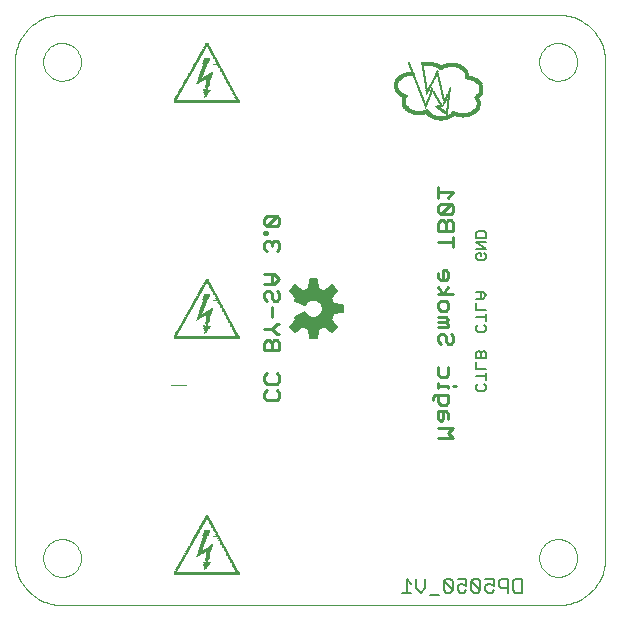
<source format=gbo>
G75*
G70*
%OFA0B0*%
%FSLAX24Y24*%
%IPPOS*%
%LPD*%
%AMOC8*
5,1,8,0,0,1.08239X$1,22.5*
%
%ADD10C,0.0090*%
%ADD11C,0.0060*%
%ADD12R,0.2190X0.0010*%
%ADD13R,0.2210X0.0010*%
%ADD14R,0.2200X0.0010*%
%ADD15R,0.2170X0.0010*%
%ADD16R,0.0090X0.0010*%
%ADD17R,0.0100X0.0010*%
%ADD18R,0.0010X0.0010*%
%ADD19R,0.0020X0.0010*%
%ADD20R,0.0030X0.0010*%
%ADD21R,0.0040X0.0010*%
%ADD22R,0.0050X0.0010*%
%ADD23R,0.0060X0.0010*%
%ADD24R,0.0070X0.0010*%
%ADD25R,0.0110X0.0010*%
%ADD26R,0.0130X0.0010*%
%ADD27R,0.0140X0.0010*%
%ADD28R,0.0160X0.0010*%
%ADD29R,0.0170X0.0010*%
%ADD30R,0.0180X0.0010*%
%ADD31R,0.0200X0.0010*%
%ADD32R,0.0210X0.0010*%
%ADD33R,0.0220X0.0010*%
%ADD34R,0.0240X0.0010*%
%ADD35R,0.0080X0.0010*%
%ADD36R,0.0120X0.0010*%
%ADD37R,0.0150X0.0010*%
%ADD38R,0.0230X0.0010*%
%ADD39R,0.0310X0.0010*%
%ADD40R,0.0300X0.0010*%
%ADD41R,0.0290X0.0010*%
%ADD42R,0.0270X0.0010*%
%ADD43R,0.0260X0.0010*%
%ADD44R,0.0250X0.0010*%
%ADD45R,0.0190X0.0010*%
%ADD46R,0.0110X0.0005*%
%ADD47R,0.0210X0.0005*%
%ADD48R,0.0280X0.0005*%
%ADD49R,0.0325X0.0005*%
%ADD50R,0.0365X0.0005*%
%ADD51R,0.0410X0.0005*%
%ADD52R,0.0440X0.0005*%
%ADD53R,0.0470X0.0005*%
%ADD54R,0.0505X0.0005*%
%ADD55R,0.0530X0.0005*%
%ADD56R,0.0555X0.0005*%
%ADD57R,0.0580X0.0005*%
%ADD58R,0.0600X0.0005*%
%ADD59R,0.0625X0.0005*%
%ADD60R,0.0645X0.0005*%
%ADD61R,0.0665X0.0005*%
%ADD62R,0.0685X0.0005*%
%ADD63R,0.0705X0.0005*%
%ADD64R,0.0715X0.0005*%
%ADD65R,0.0735X0.0005*%
%ADD66R,0.0755X0.0005*%
%ADD67R,0.0090X0.0005*%
%ADD68R,0.0770X0.0005*%
%ADD69R,0.0190X0.0005*%
%ADD70R,0.0355X0.0005*%
%ADD71R,0.0360X0.0005*%
%ADD72R,0.0260X0.0005*%
%ADD73R,0.0315X0.0005*%
%ADD74R,0.0320X0.0005*%
%ADD75R,0.0295X0.0005*%
%ADD76R,0.0275X0.0005*%
%ADD77R,0.0400X0.0005*%
%ADD78R,0.0265X0.0005*%
%ADD79R,0.0435X0.0005*%
%ADD80R,0.0255X0.0005*%
%ADD81R,0.0465X0.0005*%
%ADD82R,0.0245X0.0005*%
%ADD83R,0.0495X0.0005*%
%ADD84R,0.0235X0.0005*%
%ADD85R,0.0525X0.0005*%
%ADD86R,0.0230X0.0005*%
%ADD87R,0.0240X0.0005*%
%ADD88R,0.0545X0.0005*%
%ADD89R,0.0820X0.0005*%
%ADD90R,0.0220X0.0005*%
%ADD91R,0.0025X0.0005*%
%ADD92R,0.0795X0.0005*%
%ADD93R,0.0215X0.0005*%
%ADD94R,0.0035X0.0005*%
%ADD95R,0.0040X0.0005*%
%ADD96R,0.0800X0.0005*%
%ADD97R,0.0205X0.0005*%
%ADD98R,0.0050X0.0005*%
%ADD99R,0.0805X0.0005*%
%ADD100R,0.0165X0.0005*%
%ADD101R,0.0055X0.0005*%
%ADD102R,0.0200X0.0005*%
%ADD103R,0.0060X0.0005*%
%ADD104R,0.0300X0.0005*%
%ADD105R,0.0195X0.0005*%
%ADD106R,0.0065X0.0005*%
%ADD107R,0.0345X0.0005*%
%ADD108R,0.0070X0.0005*%
%ADD109R,0.0385X0.0005*%
%ADD110R,0.0080X0.0005*%
%ADD111R,0.0425X0.0005*%
%ADD112R,0.0185X0.0005*%
%ADD113R,0.0085X0.0005*%
%ADD114R,0.0635X0.0005*%
%ADD115R,0.0810X0.0005*%
%ADD116R,0.0095X0.0005*%
%ADD117R,0.0335X0.0005*%
%ADD118R,0.0655X0.0005*%
%ADD119R,0.0105X0.0005*%
%ADD120R,0.0290X0.0005*%
%ADD121R,0.0660X0.0005*%
%ADD122R,0.0115X0.0005*%
%ADD123R,0.0285X0.0005*%
%ADD124R,0.0120X0.0005*%
%ADD125R,0.0270X0.0005*%
%ADD126R,0.0675X0.0005*%
%ADD127R,0.0130X0.0005*%
%ADD128R,0.0680X0.0005*%
%ADD129R,0.0135X0.0005*%
%ADD130R,0.0250X0.0005*%
%ADD131R,0.0140X0.0005*%
%ADD132R,0.0180X0.0005*%
%ADD133R,0.0695X0.0005*%
%ADD134R,0.0150X0.0005*%
%ADD135R,0.0160X0.0005*%
%ADD136R,0.0155X0.0005*%
%ADD137R,0.0145X0.0005*%
%ADD138R,0.0700X0.0005*%
%ADD139R,0.0225X0.0005*%
%ADD140R,0.0170X0.0005*%
%ADD141R,0.0100X0.0005*%
%ADD142R,0.0075X0.0005*%
%ADD143R,0.0720X0.0005*%
%ADD144R,0.0725X0.0005*%
%ADD145R,0.0340X0.0005*%
%ADD146R,0.0305X0.0005*%
%ADD147R,0.0175X0.0005*%
%ADD148R,0.0005X0.0005*%
%ADD149R,0.0010X0.0005*%
%ADD150R,0.0015X0.0005*%
%ADD151R,0.0020X0.0005*%
%ADD152R,0.0030X0.0005*%
%ADD153R,0.0125X0.0005*%
%ADD154R,0.0045X0.0005*%
%ADD155R,0.0370X0.0005*%
%ADD156R,0.0375X0.0005*%
%ADD157R,0.0350X0.0005*%
%ADD158R,0.0330X0.0005*%
%ADD159R,0.0485X0.0005*%
%ADD160R,0.0480X0.0005*%
%ADD161R,0.0460X0.0005*%
%ADD162R,0.0445X0.0005*%
%ADD163R,0.0310X0.0005*%
%ADD164R,0.0380X0.0005*%
%ADD165R,0.0415X0.0005*%
%ADD166R,0.0450X0.0005*%
%ADD167R,0.0490X0.0005*%
%ADD168R,0.0965X0.0005*%
%ADD169R,0.0975X0.0005*%
%ADD170R,0.0980X0.0005*%
%ADD171R,0.0990X0.0005*%
%ADD172R,0.1005X0.0005*%
%ADD173R,0.0615X0.0005*%
%ADD174R,0.0640X0.0005*%
%ADD175R,0.0605X0.0005*%
%ADD176R,0.0620X0.0005*%
%ADD177R,0.0590X0.0005*%
%ADD178R,0.0570X0.0005*%
%ADD179R,0.0540X0.0005*%
%ADD180R,0.0515X0.0005*%
%ADD181R,0.0565X0.0005*%
%ADD182R,0.0535X0.0005*%
%ADD183R,0.0395X0.0005*%
%ADD184R,0.0520X0.0005*%
%ADD185R,0.0500X0.0005*%
%ADD186R,0.0430X0.0005*%
%ADD187C,0.0000*%
%ADD188C,0.0059*%
D10*
X014008Y010248D02*
X013923Y010333D01*
X013923Y010503D01*
X014008Y010588D01*
X014008Y010801D02*
X013923Y010886D01*
X013923Y011056D01*
X014008Y011141D01*
X014008Y010801D02*
X014348Y010801D01*
X014433Y010886D01*
X014433Y011056D01*
X014348Y011141D01*
X014348Y010588D02*
X014433Y010503D01*
X014433Y010333D01*
X014348Y010248D01*
X014008Y010248D01*
X013923Y011906D02*
X013923Y012161D01*
X014008Y012246D01*
X014093Y012246D01*
X014178Y012161D01*
X014178Y011906D01*
X014178Y012161D02*
X014263Y012246D01*
X014348Y012246D01*
X014433Y012161D01*
X014433Y011906D01*
X013923Y011906D01*
X014348Y012458D02*
X014178Y012628D01*
X013923Y012628D01*
X014178Y012628D02*
X014348Y012798D01*
X014433Y012798D01*
X014178Y013010D02*
X014178Y013351D01*
X014263Y013563D02*
X014178Y013648D01*
X014178Y013818D01*
X014093Y013903D01*
X014008Y013903D01*
X013923Y013818D01*
X013923Y013648D01*
X014008Y013563D01*
X014263Y013563D02*
X014348Y013563D01*
X014433Y013648D01*
X014433Y013818D01*
X014348Y013903D01*
X014263Y014115D02*
X014433Y014286D01*
X014263Y014456D01*
X013923Y014456D01*
X014178Y014456D02*
X014178Y014115D01*
X014263Y014115D02*
X013923Y014115D01*
X014008Y015220D02*
X013923Y015305D01*
X013923Y015476D01*
X014008Y015561D01*
X014093Y015561D01*
X014178Y015476D01*
X014178Y015391D01*
X014178Y015476D02*
X014263Y015561D01*
X014348Y015561D01*
X014433Y015476D01*
X014433Y015305D01*
X014348Y015220D01*
X014008Y015773D02*
X014008Y015858D01*
X013923Y015858D01*
X013923Y015773D01*
X014008Y015773D01*
X014008Y016049D02*
X014348Y016389D01*
X014008Y016389D01*
X013923Y016304D01*
X013923Y016134D01*
X014008Y016049D01*
X014348Y016049D01*
X014433Y016134D01*
X014433Y016304D01*
X014348Y016389D01*
X014433Y012458D02*
X014348Y012458D01*
X019551Y010354D02*
X019551Y010269D01*
X019551Y010354D02*
X019636Y010439D01*
X020061Y010439D01*
X020061Y010184D01*
X019976Y010099D01*
X019806Y010099D01*
X019721Y010184D01*
X019721Y010439D01*
X019721Y010651D02*
X019721Y010821D01*
X019721Y010736D02*
X020061Y010736D01*
X020061Y010651D01*
X020231Y010736D02*
X020316Y010736D01*
X019976Y011019D02*
X019806Y011019D01*
X019721Y011104D01*
X019721Y011360D01*
X020061Y011360D02*
X020061Y011104D01*
X019976Y011019D01*
X019976Y009886D02*
X019721Y009886D01*
X019721Y009631D01*
X019806Y009546D01*
X019891Y009631D01*
X019891Y009886D01*
X019976Y009886D02*
X020061Y009801D01*
X020061Y009631D01*
X020231Y009334D02*
X019721Y009334D01*
X019721Y008994D02*
X020231Y008994D01*
X020061Y009164D01*
X020231Y009334D01*
X020146Y012124D02*
X020061Y012124D01*
X019976Y012209D01*
X019976Y012380D01*
X019891Y012465D01*
X019806Y012465D01*
X019721Y012380D01*
X019721Y012209D01*
X019806Y012124D01*
X020146Y012124D02*
X020231Y012209D01*
X020231Y012380D01*
X020146Y012465D01*
X020061Y012677D02*
X019721Y012677D01*
X019721Y012847D02*
X019976Y012847D01*
X020061Y012932D01*
X019976Y013017D01*
X019721Y013017D01*
X019806Y013229D02*
X019721Y013314D01*
X019721Y013485D01*
X019806Y013570D01*
X019976Y013570D01*
X020061Y013485D01*
X020061Y013314D01*
X019976Y013229D01*
X019806Y013229D01*
X019976Y012847D02*
X020061Y012762D01*
X020061Y012677D01*
X019891Y013782D02*
X020061Y014037D01*
X019976Y014242D02*
X019806Y014242D01*
X019721Y014327D01*
X019721Y014497D01*
X019891Y014582D02*
X019891Y014242D01*
X019976Y014242D02*
X020061Y014327D01*
X020061Y014497D01*
X019976Y014582D01*
X019891Y014582D01*
X019721Y014037D02*
X019891Y013782D01*
X019721Y013782D02*
X020231Y013782D01*
X020231Y015347D02*
X020231Y015687D01*
X020231Y015517D02*
X019721Y015517D01*
X019721Y015900D02*
X019721Y016155D01*
X019806Y016240D01*
X019891Y016240D01*
X019976Y016155D01*
X019976Y015900D01*
X019976Y016155D02*
X020061Y016240D01*
X020146Y016240D01*
X020231Y016155D01*
X020231Y015900D01*
X019721Y015900D01*
X019806Y016452D02*
X020146Y016792D01*
X019806Y016792D01*
X019721Y016707D01*
X019721Y016537D01*
X019806Y016452D01*
X020146Y016452D01*
X020231Y016537D01*
X020231Y016707D01*
X020146Y016792D01*
X020061Y017005D02*
X020231Y017175D01*
X019721Y017175D01*
X019721Y017005D02*
X019721Y017345D01*
D11*
X021040Y015890D02*
X021267Y015890D01*
X021323Y015833D01*
X021323Y015663D01*
X020983Y015663D01*
X020983Y015833D01*
X021040Y015890D01*
X020983Y015521D02*
X021323Y015521D01*
X021323Y015295D02*
X020983Y015295D01*
X021040Y015153D02*
X021153Y015153D01*
X021153Y015040D01*
X021040Y015153D02*
X020983Y015096D01*
X020983Y014983D01*
X021040Y014926D01*
X021267Y014926D01*
X021323Y014983D01*
X021323Y015096D01*
X021267Y015153D01*
X021323Y015295D02*
X020983Y015521D01*
X020983Y013861D02*
X021210Y013861D01*
X021323Y013748D01*
X021210Y013634D01*
X020983Y013634D01*
X020983Y013493D02*
X020983Y013266D01*
X021323Y013266D01*
X021323Y013125D02*
X021323Y012898D01*
X021323Y013011D02*
X020983Y013011D01*
X021040Y012756D02*
X020983Y012700D01*
X020983Y012586D01*
X021040Y012529D01*
X021267Y012529D01*
X021323Y012586D01*
X021323Y012700D01*
X021267Y012756D01*
X021267Y011893D02*
X021210Y011893D01*
X021153Y011836D01*
X021153Y011666D01*
X020983Y011666D02*
X021323Y011666D01*
X021323Y011836D01*
X021267Y011893D01*
X021153Y011836D02*
X021097Y011893D01*
X021040Y011893D01*
X020983Y011836D01*
X020983Y011666D01*
X020983Y011524D02*
X020983Y011298D01*
X021323Y011298D01*
X021323Y011156D02*
X021323Y010929D01*
X021323Y011043D02*
X020983Y011043D01*
X021040Y010788D02*
X020983Y010731D01*
X020983Y010618D01*
X021040Y010561D01*
X021267Y010561D01*
X021323Y010618D01*
X021323Y010731D01*
X021267Y010788D01*
X021153Y013634D02*
X021153Y013861D01*
X021056Y004280D02*
X020910Y004280D01*
X020836Y004206D01*
X021130Y003913D01*
X021056Y003839D01*
X020910Y003839D01*
X020836Y003913D01*
X020836Y004206D01*
X020669Y004280D02*
X020669Y004060D01*
X020523Y004133D01*
X020449Y004133D01*
X020376Y004060D01*
X020376Y003913D01*
X020449Y003839D01*
X020596Y003839D01*
X020669Y003913D01*
X020669Y004280D02*
X020376Y004280D01*
X020209Y004206D02*
X020136Y004280D01*
X019989Y004280D01*
X019915Y004206D01*
X020209Y003913D01*
X020136Y003839D01*
X019989Y003839D01*
X019915Y003913D01*
X019915Y004206D01*
X020209Y004206D02*
X020209Y003913D01*
X019749Y003766D02*
X019455Y003766D01*
X019288Y003986D02*
X019141Y003839D01*
X018995Y003986D01*
X018995Y004280D01*
X018828Y004133D02*
X018681Y004280D01*
X018681Y003839D01*
X018828Y003839D02*
X018534Y003839D01*
X019288Y003986D02*
X019288Y004280D01*
X021056Y004280D02*
X021130Y004206D01*
X021130Y003913D01*
X021297Y003913D02*
X021370Y003839D01*
X021517Y003839D01*
X021590Y003913D01*
X021590Y004060D02*
X021443Y004133D01*
X021370Y004133D01*
X021297Y004060D01*
X021297Y003913D01*
X021590Y004060D02*
X021590Y004280D01*
X021297Y004280D01*
X021757Y004206D02*
X021757Y004060D01*
X021830Y003986D01*
X022051Y003986D01*
X022051Y003839D02*
X022051Y004280D01*
X021830Y004280D01*
X021757Y004206D01*
X022217Y004206D02*
X022217Y003913D01*
X022291Y003839D01*
X022511Y003839D01*
X022511Y004280D01*
X022291Y004280D01*
X022217Y004206D01*
D12*
X012009Y004419D03*
X012009Y004469D03*
X012009Y012293D03*
X012009Y012343D03*
X012009Y020167D03*
X012009Y020217D03*
D13*
X012009Y020197D03*
X012009Y020187D03*
X012009Y020177D03*
X012009Y012323D03*
X012009Y012313D03*
X012009Y012303D03*
X012009Y004449D03*
X012009Y004439D03*
X012009Y004429D03*
D14*
X012004Y004459D03*
X012004Y012333D03*
X012004Y020207D03*
D15*
X012009Y020227D03*
X012009Y012353D03*
X012009Y004479D03*
D16*
X011979Y004659D03*
X012019Y004869D03*
X012019Y004879D03*
X012019Y004889D03*
X011749Y005079D03*
X011789Y005199D03*
X011789Y005209D03*
X011479Y005379D03*
X011479Y005389D03*
X011489Y005399D03*
X011489Y005409D03*
X011499Y005419D03*
X011509Y005439D03*
X011519Y005459D03*
X011529Y005469D03*
X011529Y005479D03*
X011539Y005489D03*
X011549Y005509D03*
X011559Y005529D03*
X011569Y005539D03*
X011579Y005559D03*
X011589Y005579D03*
X011599Y005599D03*
X011609Y005609D03*
X011609Y005619D03*
X011619Y005629D03*
X011629Y005649D03*
X011639Y005669D03*
X011649Y005689D03*
X011659Y005699D03*
X011669Y005719D03*
X011679Y005739D03*
X011689Y005759D03*
X011699Y005769D03*
X011709Y005789D03*
X011719Y005809D03*
X011729Y005829D03*
X011739Y005839D03*
X011739Y005849D03*
X011749Y005859D03*
X011759Y005879D03*
X011769Y005899D03*
X011779Y005919D03*
X011789Y005929D03*
X011799Y005949D03*
X011809Y005969D03*
X011819Y005989D03*
X011829Y005999D03*
X011839Y006019D03*
X011849Y006039D03*
X011859Y006059D03*
X011879Y006089D03*
X011889Y006109D03*
X011899Y006129D03*
X011909Y006139D03*
X011919Y006159D03*
X011929Y006179D03*
X011939Y006199D03*
X011949Y006209D03*
X011949Y006219D03*
X011959Y006229D03*
X011969Y006249D03*
X011979Y006269D03*
X012089Y006269D03*
X012099Y006249D03*
X012109Y006229D03*
X012119Y006209D03*
X012129Y006199D03*
X012129Y006189D03*
X012139Y006179D03*
X012149Y006159D03*
X012159Y006139D03*
X012169Y006119D03*
X012179Y006099D03*
X012189Y006079D03*
X012199Y006069D03*
X012199Y006059D03*
X012209Y006049D03*
X012219Y006029D03*
X012229Y006009D03*
X012239Y005989D03*
X012249Y005969D03*
X012259Y005959D03*
X012259Y005949D03*
X012269Y005939D03*
X012269Y005929D03*
X012279Y005919D03*
X012289Y005899D03*
X012299Y005879D03*
X012309Y005859D03*
X012319Y005849D03*
X012319Y005839D03*
X012329Y005829D03*
X012329Y005819D03*
X012339Y005809D03*
X012339Y005799D03*
X012349Y005789D03*
X012349Y005779D03*
X012359Y005769D03*
X012369Y005749D03*
X012379Y005729D03*
X012389Y005709D03*
X012399Y005699D03*
X012399Y005689D03*
X012409Y005679D03*
X012409Y005669D03*
X012419Y005659D03*
X012419Y005649D03*
X012429Y005639D03*
X012439Y005619D03*
X012449Y005599D03*
X012459Y005589D03*
X012459Y005579D03*
X012469Y005559D03*
X012479Y005549D03*
X012479Y005539D03*
X012489Y005529D03*
X012489Y005519D03*
X012499Y005509D03*
X012509Y005489D03*
X012519Y005469D03*
X012529Y005449D03*
X012539Y005429D03*
X012549Y005419D03*
X012549Y005409D03*
X012559Y005399D03*
X012559Y005389D03*
X012569Y005379D03*
X012579Y005359D03*
X012589Y005339D03*
X012599Y005319D03*
X012609Y005299D03*
X012619Y005289D03*
X012619Y005279D03*
X012629Y005269D03*
X012629Y005259D03*
X012639Y005249D03*
X012649Y005229D03*
X012659Y005209D03*
X012669Y005199D03*
X012669Y005189D03*
X012679Y005179D03*
X012679Y005169D03*
X012689Y005159D03*
X012689Y005149D03*
X012699Y005139D03*
X012699Y005129D03*
X012709Y005119D03*
X012719Y005099D03*
X012729Y005079D03*
X012739Y005059D03*
X012749Y005039D03*
X012759Y005029D03*
X012759Y005019D03*
X012769Y005009D03*
X012769Y004999D03*
X012779Y004989D03*
X012789Y004969D03*
X012799Y004949D03*
X012809Y004929D03*
X012819Y004919D03*
X012819Y004909D03*
X012829Y004899D03*
X012829Y004889D03*
X012839Y004879D03*
X012839Y004869D03*
X012849Y004859D03*
X012859Y004839D03*
X012869Y004819D03*
X012879Y004799D03*
X012889Y004789D03*
X012889Y004779D03*
X012899Y004769D03*
X012899Y004759D03*
X012909Y004749D03*
X012909Y004739D03*
X012919Y004729D03*
X012929Y004709D03*
X012939Y004689D03*
X012949Y004669D03*
X012959Y004649D03*
X012969Y004639D03*
X012969Y004629D03*
X012979Y004619D03*
X012979Y004609D03*
X012989Y004599D03*
X012999Y004579D03*
X013009Y004559D03*
X013019Y004539D03*
X013029Y004519D03*
X013039Y004509D03*
X013039Y004499D03*
X013049Y004489D03*
X011439Y005309D03*
X011439Y005319D03*
X011449Y005329D03*
X011459Y005349D03*
X011469Y005369D03*
X011429Y005299D03*
X011419Y005279D03*
X011409Y005259D03*
X011399Y005249D03*
X011399Y005239D03*
X011389Y005229D03*
X011379Y005209D03*
X011369Y005189D03*
X011359Y005169D03*
X011349Y005159D03*
X011349Y005149D03*
X011339Y005139D03*
X011329Y005119D03*
X011319Y005099D03*
X011309Y005089D03*
X011309Y005079D03*
X011299Y005069D03*
X011289Y005049D03*
X011279Y005029D03*
X011269Y005019D03*
X011269Y005009D03*
X011259Y004999D03*
X011249Y004979D03*
X011239Y004959D03*
X011229Y004949D03*
X011229Y004939D03*
X011219Y004929D03*
X011209Y004909D03*
X011199Y004889D03*
X011189Y004879D03*
X011189Y004869D03*
X011169Y004839D03*
X011159Y004819D03*
X011149Y004799D03*
X011139Y004779D03*
X011129Y004769D03*
X011119Y004749D03*
X011109Y004729D03*
X011099Y004719D03*
X011099Y004709D03*
X011089Y004699D03*
X011079Y004679D03*
X011069Y004659D03*
X011059Y004639D03*
X011049Y004629D03*
X011039Y004609D03*
X011029Y004589D03*
X011019Y004569D03*
X011009Y004559D03*
X011009Y004549D03*
X010999Y004539D03*
X010989Y004519D03*
X010979Y004499D03*
X010969Y004489D03*
X012039Y006369D03*
X013049Y012363D03*
X013039Y012373D03*
X013039Y012383D03*
X013029Y012393D03*
X013019Y012413D03*
X013009Y012433D03*
X012999Y012453D03*
X012989Y012473D03*
X012979Y012483D03*
X012979Y012493D03*
X012969Y012503D03*
X012969Y012513D03*
X012959Y012523D03*
X012949Y012543D03*
X012939Y012563D03*
X012929Y012583D03*
X012919Y012603D03*
X012909Y012613D03*
X012909Y012623D03*
X012899Y012633D03*
X012899Y012643D03*
X012889Y012653D03*
X012889Y012663D03*
X012879Y012673D03*
X012869Y012693D03*
X012859Y012713D03*
X012849Y012733D03*
X012839Y012743D03*
X012839Y012753D03*
X012829Y012763D03*
X012829Y012773D03*
X012819Y012783D03*
X012819Y012793D03*
X012809Y012803D03*
X012799Y012823D03*
X012789Y012843D03*
X012779Y012863D03*
X012769Y012873D03*
X012769Y012883D03*
X012759Y012893D03*
X012759Y012903D03*
X012749Y012913D03*
X012739Y012933D03*
X012729Y012953D03*
X012719Y012973D03*
X012709Y012993D03*
X012699Y013003D03*
X012699Y013013D03*
X012689Y013023D03*
X012689Y013033D03*
X012679Y013043D03*
X012679Y013053D03*
X012669Y013063D03*
X012669Y013073D03*
X012659Y013083D03*
X012649Y013103D03*
X012639Y013123D03*
X012629Y013133D03*
X012629Y013143D03*
X012619Y013153D03*
X012619Y013163D03*
X012609Y013173D03*
X012599Y013193D03*
X012589Y013213D03*
X012579Y013233D03*
X012569Y013253D03*
X012559Y013263D03*
X012559Y013273D03*
X012549Y013283D03*
X012549Y013293D03*
X012539Y013303D03*
X012529Y013323D03*
X012519Y013343D03*
X012509Y013363D03*
X012499Y013383D03*
X012489Y013393D03*
X012489Y013403D03*
X012479Y013413D03*
X012479Y013423D03*
X012469Y013433D03*
X012459Y013453D03*
X012459Y013463D03*
X012449Y013473D03*
X012439Y013493D03*
X012429Y013513D03*
X012419Y013523D03*
X012419Y013533D03*
X012409Y013543D03*
X012409Y013553D03*
X012399Y013563D03*
X012399Y013573D03*
X012389Y013583D03*
X012379Y013603D03*
X012369Y013623D03*
X012359Y013643D03*
X012349Y013653D03*
X012349Y013663D03*
X012339Y013673D03*
X012339Y013683D03*
X012329Y013693D03*
X012329Y013703D03*
X012319Y013713D03*
X012319Y013723D03*
X012309Y013733D03*
X012299Y013753D03*
X012289Y013773D03*
X012279Y013793D03*
X012269Y013803D03*
X012269Y013813D03*
X012259Y013823D03*
X012259Y013833D03*
X012249Y013843D03*
X012239Y013863D03*
X012229Y013883D03*
X012219Y013903D03*
X012209Y013923D03*
X012199Y013933D03*
X012199Y013943D03*
X012189Y013953D03*
X012179Y013973D03*
X012169Y013993D03*
X012159Y014013D03*
X012149Y014033D03*
X012139Y014053D03*
X012129Y014063D03*
X012129Y014073D03*
X012119Y014083D03*
X012109Y014103D03*
X012099Y014123D03*
X012089Y014143D03*
X011979Y014143D03*
X011969Y014123D03*
X011959Y014103D03*
X011949Y014093D03*
X011949Y014083D03*
X011939Y014073D03*
X011929Y014053D03*
X011919Y014033D03*
X011909Y014013D03*
X011899Y014003D03*
X011889Y013983D03*
X011879Y013963D03*
X011859Y013933D03*
X011849Y013913D03*
X011839Y013893D03*
X011829Y013873D03*
X011819Y013863D03*
X011809Y013843D03*
X011799Y013823D03*
X011789Y013803D03*
X011779Y013793D03*
X011769Y013773D03*
X011759Y013753D03*
X011749Y013733D03*
X011739Y013723D03*
X011739Y013713D03*
X011729Y013703D03*
X011719Y013683D03*
X011709Y013663D03*
X011699Y013643D03*
X011689Y013633D03*
X011679Y013613D03*
X011669Y013593D03*
X011659Y013573D03*
X011649Y013563D03*
X011639Y013543D03*
X011629Y013523D03*
X011619Y013503D03*
X011609Y013493D03*
X011609Y013483D03*
X011599Y013473D03*
X011589Y013453D03*
X011579Y013433D03*
X011569Y013413D03*
X011559Y013403D03*
X011549Y013383D03*
X011539Y013363D03*
X011529Y013353D03*
X011529Y013343D03*
X011519Y013333D03*
X011509Y013313D03*
X011499Y013293D03*
X011489Y013283D03*
X011489Y013273D03*
X011479Y013263D03*
X011479Y013253D03*
X011469Y013243D03*
X011459Y013223D03*
X011449Y013203D03*
X011439Y013193D03*
X011439Y013183D03*
X011429Y013173D03*
X011419Y013153D03*
X011409Y013133D03*
X011399Y013123D03*
X011399Y013113D03*
X011389Y013103D03*
X011379Y013083D03*
X011369Y013063D03*
X011359Y013043D03*
X011349Y013033D03*
X011349Y013023D03*
X011339Y013013D03*
X011329Y012993D03*
X011319Y012973D03*
X011309Y012963D03*
X011309Y012953D03*
X011299Y012943D03*
X011289Y012923D03*
X011279Y012903D03*
X011269Y012893D03*
X011269Y012883D03*
X011259Y012873D03*
X011249Y012853D03*
X011239Y012833D03*
X011229Y012823D03*
X011229Y012813D03*
X011219Y012803D03*
X011209Y012783D03*
X011199Y012763D03*
X011189Y012753D03*
X011189Y012743D03*
X011169Y012713D03*
X011159Y012693D03*
X011149Y012673D03*
X011139Y012653D03*
X011129Y012643D03*
X011119Y012623D03*
X011109Y012603D03*
X011099Y012593D03*
X011099Y012583D03*
X011089Y012573D03*
X011079Y012553D03*
X011069Y012533D03*
X011059Y012513D03*
X011049Y012503D03*
X011039Y012483D03*
X011029Y012463D03*
X011019Y012443D03*
X011009Y012433D03*
X011009Y012423D03*
X010999Y012413D03*
X010989Y012393D03*
X010979Y012373D03*
X010969Y012363D03*
X011749Y012953D03*
X011789Y013073D03*
X011789Y013083D03*
X012019Y012763D03*
X012019Y012753D03*
X012019Y012743D03*
X011979Y012533D03*
X012039Y014243D03*
X013049Y020237D03*
X013039Y020247D03*
X013039Y020257D03*
X013029Y020267D03*
X013019Y020287D03*
X013009Y020307D03*
X012999Y020327D03*
X012989Y020347D03*
X012979Y020357D03*
X012979Y020367D03*
X012969Y020377D03*
X012969Y020387D03*
X012959Y020397D03*
X012949Y020417D03*
X012939Y020437D03*
X012929Y020457D03*
X012919Y020477D03*
X012909Y020487D03*
X012909Y020497D03*
X012899Y020507D03*
X012899Y020517D03*
X012889Y020527D03*
X012889Y020537D03*
X012879Y020547D03*
X012869Y020567D03*
X012859Y020587D03*
X012849Y020607D03*
X012839Y020617D03*
X012839Y020627D03*
X012829Y020637D03*
X012829Y020647D03*
X012819Y020657D03*
X012819Y020667D03*
X012809Y020677D03*
X012799Y020697D03*
X012789Y020717D03*
X012779Y020737D03*
X012769Y020747D03*
X012769Y020757D03*
X012759Y020767D03*
X012759Y020777D03*
X012749Y020787D03*
X012739Y020807D03*
X012729Y020827D03*
X012719Y020847D03*
X012709Y020867D03*
X012699Y020877D03*
X012699Y020887D03*
X012689Y020897D03*
X012689Y020907D03*
X012679Y020917D03*
X012679Y020927D03*
X012669Y020937D03*
X012669Y020947D03*
X012659Y020957D03*
X012649Y020977D03*
X012639Y020997D03*
X012629Y021007D03*
X012629Y021017D03*
X012619Y021027D03*
X012619Y021037D03*
X012609Y021047D03*
X012599Y021067D03*
X012589Y021087D03*
X012579Y021107D03*
X012569Y021127D03*
X012559Y021137D03*
X012559Y021147D03*
X012549Y021157D03*
X012549Y021167D03*
X012539Y021177D03*
X012529Y021197D03*
X012519Y021217D03*
X012509Y021237D03*
X012499Y021257D03*
X012489Y021267D03*
X012489Y021277D03*
X012479Y021287D03*
X012479Y021297D03*
X012469Y021307D03*
X012459Y021327D03*
X012459Y021337D03*
X012449Y021347D03*
X012439Y021367D03*
X012429Y021387D03*
X012419Y021397D03*
X012419Y021407D03*
X012409Y021417D03*
X012409Y021427D03*
X012399Y021437D03*
X012399Y021447D03*
X012389Y021457D03*
X012379Y021477D03*
X012369Y021497D03*
X012359Y021517D03*
X012349Y021527D03*
X012349Y021537D03*
X012339Y021547D03*
X012339Y021557D03*
X012329Y021567D03*
X012329Y021577D03*
X012319Y021587D03*
X012319Y021597D03*
X012309Y021607D03*
X012299Y021627D03*
X012289Y021647D03*
X012279Y021667D03*
X012269Y021677D03*
X012269Y021687D03*
X012259Y021697D03*
X012259Y021707D03*
X012249Y021717D03*
X012239Y021737D03*
X012229Y021757D03*
X012219Y021777D03*
X012209Y021797D03*
X012199Y021807D03*
X012199Y021817D03*
X012189Y021827D03*
X012179Y021847D03*
X012169Y021867D03*
X012159Y021887D03*
X012149Y021907D03*
X012139Y021927D03*
X012129Y021937D03*
X012129Y021947D03*
X012119Y021957D03*
X012109Y021977D03*
X012099Y021997D03*
X012089Y022017D03*
X011979Y022017D03*
X011969Y021997D03*
X011959Y021977D03*
X011949Y021967D03*
X011949Y021957D03*
X011939Y021947D03*
X011929Y021927D03*
X011919Y021907D03*
X011909Y021887D03*
X011899Y021877D03*
X011889Y021857D03*
X011879Y021837D03*
X011859Y021807D03*
X011849Y021787D03*
X011839Y021767D03*
X011829Y021747D03*
X011819Y021737D03*
X011809Y021717D03*
X011799Y021697D03*
X011789Y021677D03*
X011779Y021667D03*
X011769Y021647D03*
X011759Y021627D03*
X011749Y021607D03*
X011739Y021597D03*
X011739Y021587D03*
X011729Y021577D03*
X011719Y021557D03*
X011709Y021537D03*
X011699Y021517D03*
X011689Y021507D03*
X011679Y021487D03*
X011669Y021467D03*
X011659Y021447D03*
X011649Y021437D03*
X011639Y021417D03*
X011629Y021397D03*
X011619Y021377D03*
X011609Y021367D03*
X011609Y021357D03*
X011599Y021347D03*
X011589Y021327D03*
X011579Y021307D03*
X011569Y021287D03*
X011559Y021277D03*
X011549Y021257D03*
X011539Y021237D03*
X011529Y021227D03*
X011529Y021217D03*
X011519Y021207D03*
X011509Y021187D03*
X011499Y021167D03*
X011489Y021157D03*
X011489Y021147D03*
X011479Y021137D03*
X011479Y021127D03*
X011469Y021117D03*
X011459Y021097D03*
X011449Y021077D03*
X011439Y021067D03*
X011439Y021057D03*
X011429Y021047D03*
X011419Y021027D03*
X011409Y021007D03*
X011399Y020997D03*
X011399Y020987D03*
X011389Y020977D03*
X011379Y020957D03*
X011369Y020937D03*
X011359Y020917D03*
X011349Y020907D03*
X011349Y020897D03*
X011339Y020887D03*
X011329Y020867D03*
X011319Y020847D03*
X011309Y020837D03*
X011309Y020827D03*
X011299Y020817D03*
X011289Y020797D03*
X011279Y020777D03*
X011269Y020767D03*
X011269Y020757D03*
X011259Y020747D03*
X011249Y020727D03*
X011239Y020707D03*
X011229Y020697D03*
X011229Y020687D03*
X011219Y020677D03*
X011209Y020657D03*
X011199Y020637D03*
X011189Y020627D03*
X011189Y020617D03*
X011169Y020587D03*
X011159Y020567D03*
X011149Y020547D03*
X011139Y020527D03*
X011129Y020517D03*
X011119Y020497D03*
X011109Y020477D03*
X011099Y020467D03*
X011099Y020457D03*
X011089Y020447D03*
X011079Y020427D03*
X011069Y020407D03*
X011059Y020387D03*
X011049Y020377D03*
X011039Y020357D03*
X011029Y020337D03*
X011019Y020317D03*
X011009Y020307D03*
X011009Y020297D03*
X010999Y020287D03*
X010989Y020267D03*
X010979Y020247D03*
X010969Y020237D03*
X011749Y020827D03*
X011789Y020947D03*
X011789Y020957D03*
X012019Y020637D03*
X012019Y020627D03*
X012019Y020617D03*
X011979Y020407D03*
X012039Y022117D03*
D17*
X012034Y022107D03*
X011974Y022007D03*
X011964Y021987D03*
X011934Y021937D03*
X011924Y021917D03*
X011914Y021897D03*
X011894Y021867D03*
X011884Y021847D03*
X011874Y021827D03*
X011864Y021817D03*
X011854Y021797D03*
X011844Y021777D03*
X011834Y021757D03*
X011814Y021727D03*
X011804Y021707D03*
X011794Y021687D03*
X011774Y021657D03*
X011764Y021637D03*
X011754Y021617D03*
X011724Y021567D03*
X011714Y021547D03*
X011704Y021527D03*
X011684Y021497D03*
X011674Y021477D03*
X011664Y021457D03*
X011644Y021427D03*
X011634Y021407D03*
X011624Y021387D03*
X011594Y021337D03*
X011584Y021317D03*
X011574Y021297D03*
X011554Y021267D03*
X011544Y021247D03*
X011514Y021197D03*
X011504Y021177D03*
X011464Y021107D03*
X011454Y021087D03*
X011424Y021037D03*
X011414Y021017D03*
X011384Y020967D03*
X011374Y020947D03*
X011364Y020927D03*
X011334Y020877D03*
X011324Y020857D03*
X011294Y020807D03*
X011284Y020787D03*
X011254Y020737D03*
X011244Y020717D03*
X011214Y020667D03*
X011204Y020647D03*
X011184Y020607D03*
X011174Y020597D03*
X011164Y020577D03*
X011154Y020557D03*
X011144Y020537D03*
X011124Y020507D03*
X011114Y020487D03*
X011084Y020437D03*
X011074Y020417D03*
X011064Y020397D03*
X011044Y020367D03*
X011034Y020347D03*
X011024Y020327D03*
X010994Y020277D03*
X010984Y020257D03*
X011754Y020837D03*
X011794Y020967D03*
X011794Y020977D03*
X011804Y020987D03*
X011804Y020997D03*
X011804Y021007D03*
X011824Y021047D03*
X012154Y021107D03*
X012464Y021317D03*
X012444Y021357D03*
X012434Y021377D03*
X012384Y021467D03*
X012374Y021487D03*
X012364Y021507D03*
X012304Y021617D03*
X012294Y021637D03*
X012284Y021657D03*
X012244Y021727D03*
X012234Y021747D03*
X012224Y021767D03*
X012214Y021787D03*
X012184Y021837D03*
X012174Y021857D03*
X012164Y021877D03*
X012154Y021897D03*
X012144Y021917D03*
X012114Y021967D03*
X012104Y021987D03*
X012094Y022007D03*
X012504Y021247D03*
X012514Y021227D03*
X012524Y021207D03*
X012534Y021187D03*
X012574Y021117D03*
X012584Y021097D03*
X012594Y021077D03*
X012604Y021057D03*
X012644Y020987D03*
X012654Y020967D03*
X012714Y020857D03*
X012724Y020837D03*
X012734Y020817D03*
X012744Y020797D03*
X012784Y020727D03*
X012794Y020707D03*
X012804Y020687D03*
X012854Y020597D03*
X012864Y020577D03*
X012874Y020557D03*
X012924Y020467D03*
X012934Y020447D03*
X012944Y020427D03*
X012954Y020407D03*
X012994Y020337D03*
X013004Y020317D03*
X013014Y020297D03*
X013024Y020277D03*
X012024Y020647D03*
X012024Y020657D03*
X012024Y020667D03*
X012024Y020677D03*
X012034Y020707D03*
X011984Y020427D03*
X011984Y020417D03*
X012034Y014233D03*
X011974Y014133D03*
X011964Y014113D03*
X011934Y014063D03*
X011924Y014043D03*
X011914Y014023D03*
X011894Y013993D03*
X011884Y013973D03*
X011874Y013953D03*
X011864Y013943D03*
X011854Y013923D03*
X011844Y013903D03*
X011834Y013883D03*
X011814Y013853D03*
X011804Y013833D03*
X011794Y013813D03*
X011774Y013783D03*
X011764Y013763D03*
X011754Y013743D03*
X011724Y013693D03*
X011714Y013673D03*
X011704Y013653D03*
X011684Y013623D03*
X011674Y013603D03*
X011664Y013583D03*
X011644Y013553D03*
X011634Y013533D03*
X011624Y013513D03*
X011594Y013463D03*
X011584Y013443D03*
X011574Y013423D03*
X011554Y013393D03*
X011544Y013373D03*
X011514Y013323D03*
X011504Y013303D03*
X011464Y013233D03*
X011454Y013213D03*
X011424Y013163D03*
X011414Y013143D03*
X011384Y013093D03*
X011374Y013073D03*
X011364Y013053D03*
X011334Y013003D03*
X011324Y012983D03*
X011294Y012933D03*
X011284Y012913D03*
X011254Y012863D03*
X011244Y012843D03*
X011214Y012793D03*
X011204Y012773D03*
X011184Y012733D03*
X011174Y012723D03*
X011164Y012703D03*
X011154Y012683D03*
X011144Y012663D03*
X011124Y012633D03*
X011114Y012613D03*
X011084Y012563D03*
X011074Y012543D03*
X011064Y012523D03*
X011044Y012493D03*
X011034Y012473D03*
X011024Y012453D03*
X010994Y012403D03*
X010984Y012383D03*
X011754Y012963D03*
X011794Y013093D03*
X011794Y013103D03*
X011804Y013113D03*
X011804Y013123D03*
X011804Y013133D03*
X011824Y013173D03*
X012154Y013233D03*
X012464Y013443D03*
X012444Y013483D03*
X012434Y013503D03*
X012384Y013593D03*
X012374Y013613D03*
X012364Y013633D03*
X012304Y013743D03*
X012294Y013763D03*
X012284Y013783D03*
X012244Y013853D03*
X012234Y013873D03*
X012224Y013893D03*
X012214Y013913D03*
X012184Y013963D03*
X012174Y013983D03*
X012164Y014003D03*
X012154Y014023D03*
X012144Y014043D03*
X012114Y014093D03*
X012104Y014113D03*
X012094Y014133D03*
X012504Y013373D03*
X012514Y013353D03*
X012524Y013333D03*
X012534Y013313D03*
X012574Y013243D03*
X012584Y013223D03*
X012594Y013203D03*
X012604Y013183D03*
X012644Y013113D03*
X012654Y013093D03*
X012714Y012983D03*
X012724Y012963D03*
X012734Y012943D03*
X012744Y012923D03*
X012784Y012853D03*
X012794Y012833D03*
X012804Y012813D03*
X012854Y012723D03*
X012864Y012703D03*
X012874Y012683D03*
X012924Y012593D03*
X012934Y012573D03*
X012944Y012553D03*
X012954Y012533D03*
X012994Y012463D03*
X013004Y012443D03*
X013014Y012423D03*
X013024Y012403D03*
X012024Y012773D03*
X012024Y012783D03*
X012024Y012793D03*
X012024Y012803D03*
X012034Y012833D03*
X011984Y012553D03*
X011984Y012543D03*
X012034Y006359D03*
X011974Y006259D03*
X011964Y006239D03*
X011934Y006189D03*
X011924Y006169D03*
X011914Y006149D03*
X011894Y006119D03*
X011884Y006099D03*
X011874Y006079D03*
X011864Y006069D03*
X011854Y006049D03*
X011844Y006029D03*
X011834Y006009D03*
X011814Y005979D03*
X011804Y005959D03*
X011794Y005939D03*
X011774Y005909D03*
X011764Y005889D03*
X011754Y005869D03*
X011724Y005819D03*
X011714Y005799D03*
X011704Y005779D03*
X011684Y005749D03*
X011674Y005729D03*
X011664Y005709D03*
X011644Y005679D03*
X011634Y005659D03*
X011624Y005639D03*
X011594Y005589D03*
X011584Y005569D03*
X011574Y005549D03*
X011554Y005519D03*
X011544Y005499D03*
X011514Y005449D03*
X011504Y005429D03*
X011464Y005359D03*
X011454Y005339D03*
X011424Y005289D03*
X011414Y005269D03*
X011384Y005219D03*
X011374Y005199D03*
X011364Y005179D03*
X011334Y005129D03*
X011324Y005109D03*
X011294Y005059D03*
X011284Y005039D03*
X011254Y004989D03*
X011244Y004969D03*
X011214Y004919D03*
X011204Y004899D03*
X011184Y004859D03*
X011174Y004849D03*
X011164Y004829D03*
X011154Y004809D03*
X011144Y004789D03*
X011124Y004759D03*
X011114Y004739D03*
X011084Y004689D03*
X011074Y004669D03*
X011064Y004649D03*
X011044Y004619D03*
X011034Y004599D03*
X011024Y004579D03*
X010994Y004529D03*
X010984Y004509D03*
X011754Y005089D03*
X011794Y005219D03*
X011794Y005229D03*
X011804Y005239D03*
X011804Y005249D03*
X011804Y005259D03*
X011824Y005299D03*
X012154Y005359D03*
X012464Y005569D03*
X012444Y005609D03*
X012434Y005629D03*
X012384Y005719D03*
X012374Y005739D03*
X012364Y005759D03*
X012304Y005869D03*
X012294Y005889D03*
X012284Y005909D03*
X012244Y005979D03*
X012234Y005999D03*
X012224Y006019D03*
X012214Y006039D03*
X012184Y006089D03*
X012174Y006109D03*
X012164Y006129D03*
X012154Y006149D03*
X012144Y006169D03*
X012114Y006219D03*
X012104Y006239D03*
X012094Y006259D03*
X012504Y005499D03*
X012514Y005479D03*
X012524Y005459D03*
X012534Y005439D03*
X012574Y005369D03*
X012584Y005349D03*
X012594Y005329D03*
X012604Y005309D03*
X012644Y005239D03*
X012654Y005219D03*
X012714Y005109D03*
X012724Y005089D03*
X012734Y005069D03*
X012744Y005049D03*
X012784Y004979D03*
X012794Y004959D03*
X012804Y004939D03*
X012854Y004849D03*
X012864Y004829D03*
X012874Y004809D03*
X012924Y004719D03*
X012934Y004699D03*
X012944Y004679D03*
X012954Y004659D03*
X012994Y004589D03*
X013004Y004569D03*
X013014Y004549D03*
X013024Y004529D03*
X012024Y004899D03*
X012024Y004909D03*
X012024Y004919D03*
X012024Y004929D03*
X012034Y004959D03*
X011984Y004679D03*
X011984Y004669D03*
D18*
X011969Y004579D03*
X011699Y005029D03*
X011969Y012453D03*
X011699Y012903D03*
X011969Y020327D03*
X011699Y020777D03*
D19*
X011964Y020337D03*
X012214Y021167D03*
X012214Y013293D03*
X011964Y012463D03*
X012214Y005419D03*
X011964Y004589D03*
D20*
X011969Y004599D03*
X011709Y005039D03*
X012199Y005409D03*
X011969Y012473D03*
X011709Y012913D03*
X012199Y013283D03*
X011969Y020347D03*
X011709Y020787D03*
X012199Y021157D03*
D21*
X012194Y021147D03*
X011974Y020357D03*
X012194Y013273D03*
X011974Y012483D03*
X012194Y005399D03*
X011974Y004609D03*
D22*
X011969Y004619D03*
X011719Y005049D03*
X011729Y005059D03*
X011969Y012493D03*
X011719Y012923D03*
X011729Y012933D03*
X011969Y020367D03*
X011719Y020797D03*
X011729Y020807D03*
D23*
X011974Y020377D03*
X012184Y021137D03*
X012034Y022137D03*
X012034Y014263D03*
X012184Y013263D03*
X011974Y012503D03*
X012034Y006389D03*
X012184Y005389D03*
X011974Y004629D03*
D24*
X011979Y004639D03*
X011979Y004649D03*
X011739Y005069D03*
X012169Y005379D03*
X011979Y012513D03*
X011979Y012523D03*
X011739Y012943D03*
X012169Y013253D03*
X011979Y020387D03*
X011979Y020397D03*
X011739Y020817D03*
X012169Y021127D03*
D25*
X011839Y021097D03*
X011829Y021077D03*
X011829Y021067D03*
X011829Y021057D03*
X011819Y021037D03*
X011819Y021027D03*
X011809Y021017D03*
X011769Y020847D03*
X012039Y020747D03*
X012039Y020737D03*
X012039Y020727D03*
X012039Y020717D03*
X012029Y020697D03*
X012029Y020687D03*
X011989Y020437D03*
X011839Y013223D03*
X011829Y013203D03*
X011829Y013193D03*
X011829Y013183D03*
X011819Y013163D03*
X011819Y013153D03*
X011809Y013143D03*
X011769Y012973D03*
X012039Y012873D03*
X012039Y012863D03*
X012039Y012853D03*
X012039Y012843D03*
X012029Y012823D03*
X012029Y012813D03*
X011989Y012563D03*
X011839Y005349D03*
X011829Y005329D03*
X011829Y005319D03*
X011829Y005309D03*
X011819Y005289D03*
X011819Y005279D03*
X011809Y005269D03*
X011769Y005099D03*
X012039Y004999D03*
X012039Y004989D03*
X012039Y004979D03*
X012039Y004969D03*
X012029Y004949D03*
X012029Y004939D03*
X011989Y004689D03*
D26*
X011989Y004699D03*
X012049Y005039D03*
X012049Y005049D03*
X012049Y005059D03*
X012049Y005069D03*
X011779Y005109D03*
X011859Y005409D03*
X011869Y005429D03*
X011869Y005439D03*
X011879Y005459D03*
X011879Y005469D03*
X011889Y005489D03*
X011899Y005519D03*
X011989Y012573D03*
X012049Y012913D03*
X012049Y012923D03*
X012049Y012933D03*
X012049Y012943D03*
X011779Y012983D03*
X011859Y013283D03*
X011869Y013303D03*
X011869Y013313D03*
X011879Y013333D03*
X011879Y013343D03*
X011889Y013363D03*
X011899Y013393D03*
X011989Y020447D03*
X012049Y020787D03*
X012049Y020797D03*
X012049Y020807D03*
X012049Y020817D03*
X011779Y020857D03*
X011859Y021157D03*
X011869Y021177D03*
X011869Y021187D03*
X011879Y021207D03*
X011879Y021217D03*
X011889Y021237D03*
X011899Y021267D03*
D27*
X011904Y021277D03*
X011904Y021287D03*
X011914Y021307D03*
X011924Y021337D03*
X011894Y021257D03*
X011894Y021247D03*
X011884Y021227D03*
X012124Y021077D03*
X012064Y020887D03*
X012064Y020877D03*
X012064Y020867D03*
X012054Y020847D03*
X012054Y020837D03*
X012054Y020827D03*
X011784Y020867D03*
X011994Y020467D03*
X011994Y020457D03*
X012034Y022067D03*
X012034Y022077D03*
X012034Y014203D03*
X012034Y014193D03*
X011924Y013463D03*
X011914Y013433D03*
X011904Y013413D03*
X011904Y013403D03*
X011894Y013383D03*
X011894Y013373D03*
X011884Y013353D03*
X012124Y013203D03*
X012064Y013013D03*
X012064Y013003D03*
X012064Y012993D03*
X012054Y012973D03*
X012054Y012963D03*
X012054Y012953D03*
X011784Y012993D03*
X011994Y012593D03*
X011994Y012583D03*
X012034Y006329D03*
X012034Y006319D03*
X011924Y005589D03*
X011914Y005559D03*
X011904Y005539D03*
X011904Y005529D03*
X011894Y005509D03*
X011894Y005499D03*
X011884Y005479D03*
X012124Y005329D03*
X012064Y005139D03*
X012064Y005129D03*
X012064Y005119D03*
X012054Y005099D03*
X012054Y005089D03*
X012054Y005079D03*
X011784Y005119D03*
X011994Y004719D03*
X011994Y004709D03*
D28*
X011994Y004729D03*
X011974Y004829D03*
X012074Y005189D03*
X012104Y005309D03*
X012114Y005319D03*
X011954Y005669D03*
X011954Y005679D03*
X011964Y005699D03*
X011964Y005709D03*
X011974Y005729D03*
X012274Y005689D03*
X012034Y006299D03*
X012034Y006309D03*
X011994Y012603D03*
X011974Y012703D03*
X012074Y013063D03*
X012104Y013183D03*
X012114Y013193D03*
X011954Y013543D03*
X011954Y013553D03*
X011964Y013573D03*
X011964Y013583D03*
X011974Y013603D03*
X012274Y013563D03*
X012034Y014173D03*
X012034Y014183D03*
X011994Y020477D03*
X011974Y020577D03*
X012074Y020937D03*
X012104Y021057D03*
X012114Y021067D03*
X011954Y021417D03*
X011954Y021427D03*
X011964Y021447D03*
X011964Y021457D03*
X011974Y021477D03*
X012274Y021437D03*
X012034Y022047D03*
X012034Y022057D03*
D29*
X012009Y021577D03*
X011999Y021547D03*
X011989Y021527D03*
X011989Y021517D03*
X011979Y021497D03*
X011979Y021487D03*
X011969Y021467D03*
X011809Y020887D03*
X011999Y020497D03*
X011999Y020487D03*
X012009Y013703D03*
X011999Y013673D03*
X011989Y013653D03*
X011989Y013643D03*
X011979Y013623D03*
X011979Y013613D03*
X011969Y013593D03*
X011809Y013013D03*
X011999Y012623D03*
X011999Y012613D03*
X012009Y005829D03*
X011999Y005799D03*
X011989Y005779D03*
X011989Y005769D03*
X011979Y005749D03*
X011979Y005739D03*
X011969Y005719D03*
X011809Y005139D03*
X011999Y004749D03*
X011999Y004739D03*
D30*
X012004Y004759D03*
X011814Y005149D03*
X012094Y005299D03*
X011984Y005759D03*
X011994Y005789D03*
X012004Y005809D03*
X012004Y005819D03*
X012014Y005839D03*
X012014Y005849D03*
X012024Y005869D03*
X012024Y005879D03*
X012034Y006289D03*
X012004Y012633D03*
X011814Y013023D03*
X012094Y013173D03*
X011984Y013633D03*
X011994Y013663D03*
X012004Y013683D03*
X012004Y013693D03*
X012014Y013713D03*
X012014Y013723D03*
X012024Y013743D03*
X012024Y013753D03*
X012034Y014163D03*
X012004Y020507D03*
X011814Y020897D03*
X012094Y021047D03*
X011984Y021507D03*
X011994Y021537D03*
X012004Y021557D03*
X012004Y021567D03*
X012014Y021587D03*
X012014Y021597D03*
X012024Y021617D03*
X012024Y021627D03*
X012034Y022037D03*
D31*
X012034Y022027D03*
X012084Y021037D03*
X012074Y021027D03*
X011824Y020907D03*
X012004Y020517D03*
X012034Y014153D03*
X012084Y013163D03*
X012074Y013153D03*
X011824Y013033D03*
X012004Y012643D03*
X012034Y006279D03*
X012084Y005289D03*
X012074Y005279D03*
X011824Y005159D03*
X012004Y004769D03*
D32*
X012009Y004779D03*
X012009Y004789D03*
X011839Y005169D03*
X012009Y012653D03*
X012009Y012663D03*
X011839Y013043D03*
X012009Y020527D03*
X012009Y020537D03*
X011839Y020917D03*
D33*
X012064Y021017D03*
X012014Y020547D03*
X012064Y013143D03*
X012014Y012673D03*
X012064Y005269D03*
X012014Y004799D03*
D34*
X012014Y004809D03*
X012014Y004819D03*
X011854Y005189D03*
X012054Y005259D03*
X012014Y012683D03*
X012014Y012693D03*
X011854Y013063D03*
X012054Y013133D03*
X012014Y020557D03*
X012014Y020567D03*
X011854Y020937D03*
X012054Y021007D03*
D35*
X012164Y021117D03*
X012014Y020607D03*
X012014Y020597D03*
X012014Y020587D03*
X011924Y020587D03*
X012034Y022127D03*
X012034Y014253D03*
X012164Y013243D03*
X012014Y012733D03*
X012014Y012723D03*
X012014Y012713D03*
X011924Y012713D03*
X012034Y006379D03*
X012164Y005369D03*
X012014Y004859D03*
X012014Y004849D03*
X012014Y004839D03*
X011924Y004839D03*
D36*
X012044Y005009D03*
X012044Y005019D03*
X012044Y005029D03*
X012134Y005339D03*
X012144Y005349D03*
X011874Y005449D03*
X011864Y005419D03*
X011854Y005399D03*
X011854Y005389D03*
X011844Y005369D03*
X011844Y005359D03*
X011834Y005339D03*
X012054Y005889D03*
X012034Y006339D03*
X012034Y006349D03*
X012044Y012883D03*
X012044Y012893D03*
X012044Y012903D03*
X012134Y013213D03*
X012144Y013223D03*
X011874Y013323D03*
X011864Y013293D03*
X011854Y013273D03*
X011854Y013263D03*
X011844Y013243D03*
X011844Y013233D03*
X011834Y013213D03*
X012054Y013763D03*
X012034Y014213D03*
X012034Y014223D03*
X012044Y020757D03*
X012044Y020767D03*
X012044Y020777D03*
X012134Y021087D03*
X012144Y021097D03*
X011874Y021197D03*
X011864Y021167D03*
X011854Y021147D03*
X011854Y021137D03*
X011844Y021117D03*
X011844Y021107D03*
X011834Y021087D03*
X012054Y021637D03*
X012034Y022087D03*
X012034Y022097D03*
D37*
X011959Y021437D03*
X011949Y021407D03*
X011949Y021397D03*
X011939Y021387D03*
X011939Y021377D03*
X011939Y021367D03*
X011929Y021357D03*
X011929Y021347D03*
X011919Y021327D03*
X011919Y021317D03*
X011909Y021297D03*
X012069Y020917D03*
X012069Y020907D03*
X012069Y020897D03*
X012059Y020857D03*
X011799Y020877D03*
X011959Y013563D03*
X011949Y013533D03*
X011949Y013523D03*
X011939Y013513D03*
X011939Y013503D03*
X011939Y013493D03*
X011929Y013483D03*
X011929Y013473D03*
X011919Y013453D03*
X011919Y013443D03*
X011909Y013423D03*
X012069Y013043D03*
X012069Y013033D03*
X012069Y013023D03*
X012059Y012983D03*
X011799Y013003D03*
X011959Y005689D03*
X011949Y005659D03*
X011949Y005649D03*
X011939Y005639D03*
X011939Y005629D03*
X011939Y005619D03*
X011929Y005609D03*
X011929Y005599D03*
X011919Y005579D03*
X011919Y005569D03*
X011909Y005549D03*
X012069Y005169D03*
X012069Y005159D03*
X012069Y005149D03*
X012059Y005109D03*
X011799Y005129D03*
D38*
X011849Y005179D03*
X011849Y013053D03*
X011849Y020927D03*
D39*
X011999Y020947D03*
X011999Y013073D03*
X011999Y005199D03*
D40*
X012004Y005209D03*
X012004Y013083D03*
X012004Y020957D03*
D41*
X012019Y020967D03*
X012019Y013093D03*
X012019Y005219D03*
D42*
X012029Y005229D03*
X012029Y013103D03*
X012029Y020977D03*
D43*
X012034Y020987D03*
X012034Y013113D03*
X012034Y005239D03*
D44*
X012049Y005249D03*
X012049Y013123D03*
X012049Y020997D03*
D45*
X012019Y021607D03*
X012029Y021637D03*
X012029Y013763D03*
X012019Y013733D03*
X012029Y005889D03*
X012019Y005859D03*
D46*
X019819Y019571D03*
X019924Y019846D03*
X019909Y019856D03*
X019904Y019861D03*
X019899Y019866D03*
X019884Y019876D03*
X019839Y019906D03*
X019824Y019916D03*
X019819Y019921D03*
X019804Y019931D03*
X019789Y019941D03*
X019784Y019946D03*
X019774Y019951D03*
X019769Y019956D03*
X019764Y019961D03*
X019754Y019966D03*
X019749Y019971D03*
X019739Y019976D03*
X019734Y019981D03*
X019719Y019991D03*
X019939Y020221D03*
X020059Y020376D03*
X020059Y020381D03*
X020064Y020386D03*
X020064Y020391D03*
X019534Y020531D03*
X019534Y020536D03*
X019374Y020556D03*
X019374Y020561D03*
X019314Y020086D03*
X019344Y019891D03*
X019689Y021096D03*
X019689Y021101D03*
D47*
X019819Y021296D03*
X019409Y021491D03*
X018469Y020986D03*
X018469Y020446D03*
X018474Y020441D03*
X018729Y019921D03*
X019459Y019741D03*
X019819Y019576D03*
X020924Y019846D03*
X021009Y020876D03*
X020724Y021026D03*
D48*
X020759Y021006D03*
X019409Y021486D03*
X018564Y021036D03*
X019819Y019581D03*
X020094Y019696D03*
D49*
X019822Y019586D03*
X020792Y019786D03*
X019832Y021326D03*
X019412Y021481D03*
D50*
X020817Y020961D03*
X019822Y019591D03*
D51*
X019819Y019596D03*
X018724Y021091D03*
D52*
X018714Y021081D03*
X019819Y019601D03*
D53*
X019819Y019606D03*
X018704Y021066D03*
D54*
X019422Y021451D03*
X019822Y019611D03*
D55*
X019819Y019616D03*
D56*
X019822Y019621D03*
X019447Y021431D03*
D57*
X019464Y021416D03*
X019819Y019626D03*
D58*
X019819Y019631D03*
X019474Y021406D03*
D59*
X019822Y019636D03*
D60*
X019822Y019641D03*
X019177Y019786D03*
D61*
X019147Y019801D03*
X019822Y019646D03*
D62*
X019822Y019651D03*
X019122Y019816D03*
D63*
X019092Y019836D03*
X019822Y019656D03*
D64*
X019822Y019661D03*
X019087Y019841D03*
X019082Y019846D03*
D65*
X019822Y019666D03*
D66*
X019822Y019671D03*
D67*
X020004Y019781D03*
X019939Y020196D03*
X020074Y020426D03*
X020079Y020436D03*
X020079Y020441D03*
X019534Y020556D03*
X019369Y020531D03*
X019314Y020061D03*
X019349Y019896D03*
X020554Y019671D03*
X019694Y021126D03*
D68*
X019819Y019676D03*
D69*
X019739Y020006D03*
X020554Y019676D03*
X021029Y020331D03*
X021034Y020336D03*
X021039Y020346D03*
X021044Y020351D03*
X021049Y020356D03*
X021054Y020361D03*
X021059Y020836D03*
X021054Y020841D03*
X021049Y020846D03*
X020714Y021031D03*
X020589Y021251D03*
X020584Y021256D03*
X020579Y021261D03*
X018599Y020346D03*
X018439Y020471D03*
X018434Y020476D03*
X018434Y020956D03*
X018439Y020961D03*
X018684Y019956D03*
X018689Y019951D03*
D70*
X019607Y019681D03*
X020557Y019691D03*
X020802Y020971D03*
D71*
X020809Y020966D03*
X020859Y020936D03*
X019624Y021386D03*
X018744Y021111D03*
X018624Y021051D03*
X020034Y019681D03*
D72*
X020554Y019681D03*
X020854Y019806D03*
X020749Y021011D03*
X020469Y021331D03*
X019824Y021311D03*
X018799Y019881D03*
D73*
X019577Y019686D03*
X020067Y019686D03*
X019657Y021381D03*
D74*
X020779Y020991D03*
X020889Y020931D03*
X020554Y019686D03*
X018599Y021046D03*
D75*
X018582Y021041D03*
X019562Y019691D03*
X020082Y019691D03*
X020767Y021001D03*
X020907Y020926D03*
D76*
X019747Y020031D03*
X019547Y019696D03*
X019292Y019861D03*
X018817Y019876D03*
X018777Y021136D03*
D77*
X018729Y021096D03*
X020554Y019696D03*
D78*
X020292Y019796D03*
X020112Y019701D03*
X019757Y020021D03*
X019532Y019701D03*
X018552Y021031D03*
X020937Y020916D03*
D79*
X020557Y019701D03*
D80*
X020122Y019706D03*
X019757Y020016D03*
X019522Y019706D03*
X018792Y019886D03*
X018542Y021026D03*
X020947Y020911D03*
D81*
X020557Y019706D03*
X019397Y021466D03*
D82*
X020492Y021321D03*
X020957Y020906D03*
X020132Y019711D03*
X019512Y019711D03*
X018782Y019891D03*
X018567Y020381D03*
X018562Y020386D03*
X018527Y020411D03*
D83*
X020557Y019711D03*
D84*
X020142Y019716D03*
X019502Y019716D03*
X019097Y019756D03*
X018762Y019901D03*
X018577Y020371D03*
X018572Y020376D03*
X018512Y021011D03*
X020502Y021316D03*
X020977Y020896D03*
D85*
X020557Y019716D03*
D86*
X020884Y019821D03*
X020894Y019826D03*
X020984Y020891D03*
X020734Y021021D03*
X020509Y021311D03*
X019494Y019721D03*
X019484Y019726D03*
X018509Y020421D03*
X018499Y020426D03*
X018499Y021006D03*
D87*
X018519Y021016D03*
X018519Y020416D03*
X018769Y019896D03*
X019759Y020036D03*
X020149Y019721D03*
X020284Y019801D03*
X020874Y019816D03*
X020969Y020901D03*
X019824Y021306D03*
D88*
X019442Y021436D03*
X020557Y019721D03*
D89*
X020434Y019726D03*
D90*
X020909Y019836D03*
X020994Y020886D03*
X020524Y021301D03*
X020519Y021306D03*
X019474Y019731D03*
X018744Y019911D03*
X018484Y020996D03*
D91*
X019352Y020446D03*
X019352Y020441D03*
X019527Y020621D03*
X020127Y020596D03*
X020127Y020591D03*
X019927Y020096D03*
X019927Y020091D03*
X020032Y019731D03*
X019307Y019991D03*
X019707Y021211D03*
X019707Y021216D03*
D92*
X020457Y019731D03*
X020467Y019736D03*
D93*
X020277Y019806D03*
X019772Y020041D03*
X019467Y019736D03*
X018737Y019916D03*
X018587Y020361D03*
X018482Y020436D03*
X018477Y020991D03*
X020532Y021296D03*
X021002Y020881D03*
X020917Y019841D03*
D94*
X020027Y019736D03*
X019352Y019906D03*
X019352Y020456D03*
X019527Y020611D03*
X019527Y020616D03*
X020117Y020561D03*
X020122Y020571D03*
X020122Y020576D03*
X019702Y021196D03*
D95*
X019704Y021191D03*
X019529Y020606D03*
X019354Y020466D03*
X019354Y020461D03*
X019309Y020011D03*
X019309Y020006D03*
X019929Y020116D03*
X019929Y020121D03*
X020254Y019851D03*
X020024Y019741D03*
X020114Y020551D03*
X020114Y020556D03*
X020119Y020566D03*
D96*
X020504Y019756D03*
X020494Y019751D03*
X020474Y019741D03*
D97*
X020932Y019851D03*
X020937Y019856D03*
X021017Y020871D03*
X020547Y021286D03*
X020542Y021291D03*
X019447Y019751D03*
X019452Y019746D03*
X018722Y019926D03*
X018592Y020356D03*
X018462Y020451D03*
X018462Y020981D03*
D98*
X019359Y020481D03*
X019529Y020596D03*
X020109Y020536D03*
X020109Y020531D03*
X019699Y021176D03*
X019309Y020026D03*
X019309Y020021D03*
X019309Y020016D03*
X020024Y019746D03*
D99*
X020487Y019746D03*
X020512Y019761D03*
X020522Y019766D03*
X020527Y019771D03*
X020537Y019776D03*
D100*
X021017Y019936D03*
X021022Y019941D03*
X021022Y019946D03*
X021027Y019951D03*
X021032Y020276D03*
X021027Y020286D03*
X021022Y020291D03*
X021022Y020296D03*
X021017Y020306D03*
X021017Y020311D03*
X021117Y020431D03*
X021122Y020436D03*
X021127Y020446D03*
X021122Y020761D03*
X021117Y020771D03*
X021112Y020776D03*
X020702Y021036D03*
X020647Y021181D03*
X020642Y021186D03*
X020642Y021191D03*
X020637Y021196D03*
X020632Y021201D03*
X019972Y019831D03*
X019097Y019751D03*
X018632Y020016D03*
X018627Y020021D03*
X018627Y020026D03*
X018622Y020031D03*
X018617Y020041D03*
X018607Y020336D03*
X018382Y020531D03*
X018377Y020541D03*
X018372Y020546D03*
X018367Y020551D03*
X018362Y020561D03*
X018362Y020871D03*
X018367Y020881D03*
X018372Y020886D03*
X018377Y020891D03*
X018382Y020901D03*
D101*
X019242Y021181D03*
X019237Y021211D03*
X019232Y021241D03*
X019227Y021271D03*
X019222Y021296D03*
X019222Y021301D03*
X019217Y021326D03*
X019217Y021331D03*
X019212Y021356D03*
X019212Y021361D03*
X019192Y021481D03*
X019192Y021486D03*
X019702Y021171D03*
X019532Y020591D03*
X019357Y020486D03*
X019932Y020141D03*
X019932Y020136D03*
X020102Y020511D03*
X020102Y020516D03*
X020107Y020521D03*
X020107Y020526D03*
X020022Y019751D03*
D102*
X020274Y019811D03*
X020944Y019861D03*
X021029Y020861D03*
X021024Y020866D03*
X020554Y021281D03*
X019279Y021386D03*
X018809Y021151D03*
X018454Y020976D03*
X018449Y020971D03*
X018449Y020461D03*
X018454Y020456D03*
X018594Y020351D03*
X018709Y019936D03*
X018714Y019931D03*
X019319Y019871D03*
X019439Y019756D03*
D103*
X019309Y020031D03*
X019309Y020036D03*
X019269Y020141D03*
X019259Y020166D03*
X019249Y020191D03*
X019239Y020216D03*
X019214Y020281D03*
X019204Y020306D03*
X019194Y020331D03*
X019184Y020356D03*
X019159Y020421D03*
X019149Y020446D03*
X019139Y020471D03*
X019129Y020496D03*
X019104Y020561D03*
X019094Y020586D03*
X019084Y020611D03*
X019074Y020636D03*
X019039Y020726D03*
X019029Y020751D03*
X019019Y020776D03*
X019009Y020801D03*
X018984Y020866D03*
X018974Y020891D03*
X018964Y020916D03*
X018954Y020941D03*
X018944Y020966D03*
X018934Y020991D03*
X018929Y021006D03*
X018919Y021031D03*
X019254Y021096D03*
X019254Y021101D03*
X019254Y021106D03*
X019254Y021111D03*
X019254Y021116D03*
X019254Y021121D03*
X019249Y021126D03*
X019249Y021131D03*
X019249Y021136D03*
X019249Y021141D03*
X019249Y021146D03*
X019249Y021151D03*
X019244Y021156D03*
X019244Y021161D03*
X019244Y021166D03*
X019244Y021171D03*
X019244Y021176D03*
X019239Y021186D03*
X019239Y021191D03*
X019239Y021196D03*
X019239Y021201D03*
X019239Y021206D03*
X019234Y021216D03*
X019234Y021221D03*
X019234Y021226D03*
X019234Y021231D03*
X019234Y021236D03*
X019229Y021246D03*
X019229Y021251D03*
X019229Y021256D03*
X019229Y021261D03*
X019229Y021266D03*
X019224Y021276D03*
X019224Y021281D03*
X019224Y021286D03*
X019224Y021291D03*
X019219Y021306D03*
X019219Y021311D03*
X019219Y021316D03*
X019219Y021321D03*
X019214Y021336D03*
X019214Y021341D03*
X019214Y021346D03*
X019214Y021351D03*
X019189Y021491D03*
X019189Y021496D03*
X019259Y021091D03*
X019259Y021086D03*
X019259Y021081D03*
X019259Y021076D03*
X019259Y021071D03*
X019259Y021066D03*
X019264Y021056D03*
X019264Y021051D03*
X019264Y021046D03*
X019264Y021041D03*
X019264Y021036D03*
X019269Y021026D03*
X019269Y021021D03*
X019269Y021016D03*
X019269Y021011D03*
X019274Y021001D03*
X019274Y020996D03*
X019274Y020991D03*
X019274Y020986D03*
X019274Y020981D03*
X019279Y020971D03*
X019279Y020966D03*
X019279Y020961D03*
X019279Y020956D03*
X019279Y020951D03*
X019284Y020941D03*
X019284Y020936D03*
X019284Y020931D03*
X019284Y020926D03*
X019284Y020921D03*
X019289Y020911D03*
X019289Y020906D03*
X019289Y020901D03*
X019289Y020896D03*
X019294Y020886D03*
X019294Y020881D03*
X019294Y020876D03*
X019294Y020871D03*
X019294Y020866D03*
X019299Y020856D03*
X019299Y020851D03*
X019299Y020846D03*
X019299Y020841D03*
X019299Y020836D03*
X019304Y020826D03*
X019304Y020821D03*
X019304Y020816D03*
X019304Y020811D03*
X019304Y020806D03*
X019309Y020796D03*
X019309Y020791D03*
X019309Y020786D03*
X019309Y020781D03*
X019309Y020776D03*
X019314Y020766D03*
X019314Y020761D03*
X019314Y020756D03*
X019314Y020751D03*
X019319Y020741D03*
X019319Y020736D03*
X019319Y020731D03*
X019319Y020726D03*
X019319Y020721D03*
X019324Y020711D03*
X019324Y020706D03*
X019324Y020701D03*
X019324Y020696D03*
X019324Y020691D03*
X019329Y020681D03*
X019329Y020676D03*
X019329Y020671D03*
X019329Y020666D03*
X019329Y020661D03*
X019334Y020651D03*
X019334Y020646D03*
X019334Y020641D03*
X019334Y020636D03*
X019339Y020626D03*
X019339Y020621D03*
X019339Y020616D03*
X019339Y020611D03*
X019339Y020606D03*
X019359Y020491D03*
X019479Y020451D03*
X019489Y020476D03*
X019469Y020426D03*
X019459Y020401D03*
X019529Y020586D03*
X019814Y020661D03*
X019819Y020641D03*
X019824Y020621D03*
X019829Y020596D03*
X019834Y020576D03*
X019839Y020556D03*
X019844Y020531D03*
X019849Y020511D03*
X019854Y020491D03*
X019859Y020466D03*
X019864Y020446D03*
X019869Y020426D03*
X019874Y020401D03*
X019879Y020381D03*
X019884Y020361D03*
X019889Y020336D03*
X019894Y020321D03*
X019894Y020316D03*
X019899Y020306D03*
X019899Y020301D03*
X019899Y020296D03*
X019904Y020281D03*
X019904Y020276D03*
X019904Y020271D03*
X019909Y020261D03*
X019909Y020256D03*
X019934Y020151D03*
X019934Y020146D03*
X020059Y020146D03*
X020059Y020151D03*
X020059Y020156D03*
X020064Y020196D03*
X020064Y020201D03*
X020069Y020226D03*
X020069Y020231D03*
X020069Y020236D03*
X020069Y020241D03*
X020069Y020246D03*
X020074Y020256D03*
X020074Y020261D03*
X020074Y020266D03*
X020074Y020271D03*
X020074Y020276D03*
X020074Y020281D03*
X020074Y020286D03*
X020074Y020291D03*
X020079Y020301D03*
X020079Y020306D03*
X020079Y020311D03*
X020079Y020316D03*
X020079Y020321D03*
X020079Y020326D03*
X020099Y020501D03*
X020099Y020506D03*
X019809Y020686D03*
X019804Y020706D03*
X019799Y020726D03*
X019794Y020751D03*
X019789Y020771D03*
X019784Y020791D03*
X019779Y020816D03*
X019774Y020836D03*
X019769Y020856D03*
X019764Y020881D03*
X019759Y020901D03*
X019754Y020921D03*
X019749Y020946D03*
X019744Y020966D03*
X019739Y020986D03*
X019734Y021006D03*
X019734Y021011D03*
X019729Y021031D03*
X019724Y021051D03*
X019699Y021161D03*
X019699Y021166D03*
X020054Y020111D03*
X020054Y020106D03*
X020054Y020101D03*
X020054Y020096D03*
X020049Y020086D03*
X020049Y020081D03*
X020049Y020076D03*
X020049Y020071D03*
X020049Y020066D03*
X020049Y020061D03*
X020049Y020056D03*
X020049Y020051D03*
X020049Y020046D03*
X020044Y020041D03*
X020044Y020036D03*
X020044Y020031D03*
X020044Y020026D03*
X020044Y020021D03*
X020044Y020016D03*
X020044Y020011D03*
X020044Y020006D03*
X020044Y020001D03*
X020044Y019996D03*
X020039Y019991D03*
X020039Y019986D03*
X020039Y019981D03*
X020039Y019976D03*
X020039Y019971D03*
X020039Y019966D03*
X020039Y019961D03*
X020039Y019956D03*
X020039Y019951D03*
X020039Y019946D03*
X020034Y019941D03*
X020034Y019936D03*
X020034Y019931D03*
X020034Y019926D03*
X020034Y019921D03*
X020034Y019916D03*
X020034Y019911D03*
X020034Y019906D03*
X020034Y019901D03*
X020034Y019896D03*
X020029Y019891D03*
X020029Y019886D03*
X020029Y019881D03*
X020029Y019876D03*
X020029Y019871D03*
X020029Y019866D03*
X020029Y019861D03*
X020029Y019856D03*
X020029Y019851D03*
X020029Y019846D03*
X020024Y019841D03*
X020019Y019756D03*
D104*
X020814Y019791D03*
X019829Y021321D03*
X020174Y021451D03*
X019094Y019761D03*
D105*
X019422Y019771D03*
X019427Y019766D03*
X019432Y019761D03*
X018702Y019941D03*
X018697Y019946D03*
X018442Y020466D03*
X018447Y020966D03*
X020562Y021276D03*
X020567Y021271D03*
X020572Y021266D03*
X021037Y020856D03*
X021042Y020851D03*
X020962Y019876D03*
X020957Y019871D03*
X020952Y019866D03*
D106*
X020052Y020091D03*
X020057Y020116D03*
X020057Y020121D03*
X020057Y020126D03*
X020057Y020131D03*
X020057Y020136D03*
X020057Y020141D03*
X020062Y020161D03*
X020062Y020166D03*
X020062Y020171D03*
X020062Y020176D03*
X020062Y020181D03*
X020062Y020186D03*
X020062Y020191D03*
X020067Y020206D03*
X020067Y020211D03*
X020067Y020216D03*
X020067Y020221D03*
X020072Y020251D03*
X020077Y020296D03*
X020012Y020326D03*
X020007Y020316D03*
X020002Y020306D03*
X019997Y020296D03*
X019992Y020286D03*
X019987Y020276D03*
X019982Y020266D03*
X019977Y020256D03*
X019907Y020266D03*
X019902Y020286D03*
X019902Y020291D03*
X019897Y020311D03*
X019892Y020326D03*
X019892Y020331D03*
X019887Y020341D03*
X019887Y020346D03*
X019887Y020351D03*
X019887Y020356D03*
X019882Y020366D03*
X019882Y020371D03*
X019882Y020376D03*
X019877Y020386D03*
X019877Y020391D03*
X019877Y020396D03*
X019872Y020406D03*
X019872Y020411D03*
X019872Y020416D03*
X019872Y020421D03*
X019867Y020431D03*
X019867Y020436D03*
X019867Y020441D03*
X019862Y020451D03*
X019862Y020456D03*
X019862Y020461D03*
X019857Y020471D03*
X019857Y020476D03*
X019857Y020481D03*
X019857Y020486D03*
X019852Y020496D03*
X019852Y020501D03*
X019852Y020506D03*
X019847Y020516D03*
X019847Y020521D03*
X019847Y020526D03*
X019842Y020536D03*
X019842Y020541D03*
X019842Y020546D03*
X019842Y020551D03*
X019837Y020561D03*
X019837Y020566D03*
X019837Y020571D03*
X019832Y020581D03*
X019832Y020586D03*
X019832Y020591D03*
X019827Y020601D03*
X019827Y020606D03*
X019827Y020611D03*
X019827Y020616D03*
X019822Y020626D03*
X019822Y020631D03*
X019822Y020636D03*
X019817Y020646D03*
X019817Y020651D03*
X019817Y020656D03*
X019812Y020666D03*
X019812Y020671D03*
X019812Y020676D03*
X019812Y020681D03*
X019807Y020691D03*
X019807Y020696D03*
X019807Y020701D03*
X019802Y020711D03*
X019802Y020716D03*
X019802Y020721D03*
X019797Y020731D03*
X019797Y020736D03*
X019797Y020741D03*
X019797Y020746D03*
X019792Y020756D03*
X019792Y020761D03*
X019792Y020766D03*
X019787Y020776D03*
X019787Y020781D03*
X019787Y020786D03*
X019782Y020796D03*
X019782Y020801D03*
X019782Y020806D03*
X019782Y020811D03*
X019777Y020821D03*
X019777Y020826D03*
X019777Y020831D03*
X019772Y020841D03*
X019772Y020846D03*
X019772Y020851D03*
X019767Y020861D03*
X019767Y020866D03*
X019767Y020871D03*
X019767Y020876D03*
X019762Y020886D03*
X019762Y020891D03*
X019762Y020896D03*
X019757Y020906D03*
X019757Y020911D03*
X019757Y020916D03*
X019752Y020926D03*
X019752Y020931D03*
X019752Y020936D03*
X019752Y020941D03*
X019747Y020951D03*
X019747Y020956D03*
X019747Y020961D03*
X019742Y020971D03*
X019742Y020976D03*
X019742Y020981D03*
X019737Y020991D03*
X019737Y020996D03*
X019737Y021001D03*
X019732Y021016D03*
X019732Y021021D03*
X019732Y021026D03*
X019727Y021036D03*
X019727Y021041D03*
X019727Y021046D03*
X019722Y021056D03*
X019722Y021061D03*
X019722Y021066D03*
X019652Y021066D03*
X019647Y021056D03*
X019642Y021046D03*
X019637Y021036D03*
X019632Y021026D03*
X019627Y021016D03*
X019622Y021006D03*
X019617Y020996D03*
X019612Y020986D03*
X019607Y020976D03*
X019602Y020966D03*
X019597Y020956D03*
X019592Y020946D03*
X019587Y020936D03*
X019582Y020926D03*
X019577Y020916D03*
X019572Y020906D03*
X019567Y020896D03*
X019562Y020886D03*
X019557Y020876D03*
X019552Y020866D03*
X019547Y020861D03*
X019547Y020856D03*
X019542Y020851D03*
X019542Y020846D03*
X019537Y020841D03*
X019537Y020836D03*
X019532Y020831D03*
X019532Y020826D03*
X019527Y020821D03*
X019522Y020811D03*
X019517Y020801D03*
X019512Y020791D03*
X019507Y020781D03*
X019502Y020771D03*
X019497Y020761D03*
X019492Y020751D03*
X019487Y020741D03*
X019482Y020731D03*
X019532Y020581D03*
X019497Y020501D03*
X019497Y020496D03*
X019497Y020491D03*
X019492Y020486D03*
X019492Y020481D03*
X019487Y020471D03*
X019487Y020466D03*
X019482Y020461D03*
X019482Y020456D03*
X019477Y020446D03*
X019477Y020441D03*
X019472Y020436D03*
X019472Y020431D03*
X019467Y020421D03*
X019467Y020416D03*
X019462Y020411D03*
X019462Y020406D03*
X019457Y020396D03*
X019457Y020391D03*
X019452Y020386D03*
X019452Y020381D03*
X019452Y020376D03*
X019447Y020371D03*
X019447Y020366D03*
X019442Y020361D03*
X019442Y020356D03*
X019442Y020351D03*
X019437Y020341D03*
X019432Y020331D03*
X019432Y020326D03*
X019427Y020316D03*
X019422Y020306D03*
X019422Y020301D03*
X019417Y020291D03*
X019412Y020281D03*
X019407Y020271D03*
X019407Y020266D03*
X019402Y020256D03*
X019397Y020246D03*
X019397Y020241D03*
X019392Y020231D03*
X019387Y020221D03*
X019387Y020216D03*
X019382Y020206D03*
X019377Y020196D03*
X019372Y020181D03*
X019367Y020171D03*
X019357Y020146D03*
X019277Y020126D03*
X019272Y020131D03*
X019272Y020136D03*
X019267Y020146D03*
X019267Y020151D03*
X019262Y020156D03*
X019262Y020161D03*
X019257Y020171D03*
X019257Y020176D03*
X019252Y020181D03*
X019252Y020186D03*
X019247Y020196D03*
X019247Y020201D03*
X019242Y020206D03*
X019242Y020211D03*
X019237Y020221D03*
X019237Y020226D03*
X019232Y020231D03*
X019232Y020236D03*
X019232Y020241D03*
X019227Y020246D03*
X019227Y020251D03*
X019222Y020256D03*
X019222Y020261D03*
X019222Y020266D03*
X019217Y020271D03*
X019217Y020276D03*
X019212Y020286D03*
X019212Y020291D03*
X019207Y020296D03*
X019207Y020301D03*
X019202Y020311D03*
X019202Y020316D03*
X019197Y020321D03*
X019197Y020326D03*
X019192Y020336D03*
X019192Y020341D03*
X019187Y020346D03*
X019187Y020351D03*
X019182Y020361D03*
X019182Y020366D03*
X019177Y020371D03*
X019177Y020376D03*
X019177Y020381D03*
X019172Y020386D03*
X019172Y020391D03*
X019167Y020396D03*
X019167Y020401D03*
X019167Y020406D03*
X019162Y020411D03*
X019162Y020416D03*
X019157Y020426D03*
X019157Y020431D03*
X019152Y020436D03*
X019152Y020441D03*
X019147Y020451D03*
X019147Y020456D03*
X019142Y020461D03*
X019142Y020466D03*
X019137Y020476D03*
X019137Y020481D03*
X019132Y020486D03*
X019132Y020491D03*
X019127Y020501D03*
X019127Y020506D03*
X019122Y020511D03*
X019122Y020516D03*
X019122Y020521D03*
X019117Y020526D03*
X019117Y020531D03*
X019112Y020536D03*
X019112Y020541D03*
X019112Y020546D03*
X019107Y020551D03*
X019107Y020556D03*
X019102Y020566D03*
X019102Y020571D03*
X019097Y020576D03*
X019097Y020581D03*
X019092Y020591D03*
X019092Y020596D03*
X019087Y020601D03*
X019087Y020606D03*
X019082Y020616D03*
X019082Y020621D03*
X019077Y020626D03*
X019077Y020631D03*
X019072Y020641D03*
X019072Y020646D03*
X019067Y020651D03*
X019067Y020656D03*
X019067Y020661D03*
X019062Y020666D03*
X019062Y020671D03*
X019057Y020676D03*
X019057Y020681D03*
X019057Y020686D03*
X019052Y020691D03*
X019052Y020696D03*
X019047Y020701D03*
X019047Y020706D03*
X019047Y020711D03*
X019042Y020716D03*
X019042Y020721D03*
X019037Y020731D03*
X019037Y020736D03*
X019032Y020741D03*
X019032Y020746D03*
X019027Y020756D03*
X019027Y020761D03*
X019022Y020766D03*
X019022Y020771D03*
X019017Y020781D03*
X019017Y020786D03*
X019012Y020791D03*
X019012Y020796D03*
X019007Y020806D03*
X019007Y020811D03*
X019002Y020816D03*
X019002Y020821D03*
X019002Y020826D03*
X018997Y020831D03*
X018997Y020836D03*
X018992Y020841D03*
X018992Y020846D03*
X018992Y020851D03*
X018987Y020856D03*
X018987Y020861D03*
X018982Y020871D03*
X018982Y020876D03*
X018977Y020881D03*
X018977Y020886D03*
X018972Y020896D03*
X018972Y020901D03*
X018967Y020906D03*
X018967Y020911D03*
X018962Y020921D03*
X018962Y020926D03*
X018957Y020931D03*
X018957Y020936D03*
X018952Y020946D03*
X018952Y020951D03*
X018947Y020956D03*
X018947Y020961D03*
X018942Y020971D03*
X018942Y020976D03*
X018937Y020981D03*
X018937Y020986D03*
X018932Y020996D03*
X018932Y021001D03*
X018927Y021011D03*
X018927Y021016D03*
X018922Y021021D03*
X018922Y021026D03*
X018917Y021036D03*
X018917Y021041D03*
X018912Y021046D03*
X018867Y021166D03*
X018867Y021171D03*
X018862Y021181D03*
X018857Y021196D03*
X018852Y021206D03*
X018847Y021221D03*
X018842Y021231D03*
X018837Y021246D03*
X018827Y021271D03*
X018817Y021296D03*
X018812Y021311D03*
X018807Y021321D03*
X018802Y021336D03*
X018797Y021346D03*
X018792Y021361D03*
X018787Y021371D03*
X018782Y021386D03*
X018777Y021396D03*
X018772Y021411D03*
X018767Y021421D03*
X018762Y021436D03*
X018757Y021446D03*
X018757Y021451D03*
X018752Y021461D03*
X018747Y021471D03*
X018747Y021476D03*
X018747Y021481D03*
X018742Y021486D03*
X018742Y021491D03*
X018737Y021496D03*
X019262Y021061D03*
X019267Y021031D03*
X019272Y021006D03*
X019277Y020976D03*
X019282Y020946D03*
X019287Y020916D03*
X019292Y020891D03*
X019297Y020861D03*
X019302Y020831D03*
X019307Y020801D03*
X019312Y020771D03*
X019317Y020746D03*
X019322Y020716D03*
X019327Y020686D03*
X019332Y020656D03*
X019337Y020631D03*
X019342Y020601D03*
X019362Y020496D03*
X019347Y019901D03*
X019932Y020156D03*
X020097Y020491D03*
X020097Y020496D03*
X020017Y019761D03*
X019697Y021151D03*
X019697Y021156D03*
X019812Y021251D03*
D107*
X019097Y019766D03*
D108*
X019309Y020041D03*
X019309Y020046D03*
X019349Y020126D03*
X019349Y020131D03*
X019354Y020136D03*
X019354Y020141D03*
X019359Y020151D03*
X019359Y020156D03*
X019364Y020161D03*
X019364Y020166D03*
X019369Y020176D03*
X019374Y020186D03*
X019374Y020191D03*
X019379Y020201D03*
X019384Y020211D03*
X019389Y020226D03*
X019394Y020236D03*
X019399Y020251D03*
X019404Y020261D03*
X019409Y020276D03*
X019414Y020286D03*
X019419Y020296D03*
X019424Y020311D03*
X019429Y020321D03*
X019434Y020336D03*
X019439Y020346D03*
X019364Y020501D03*
X019364Y020506D03*
X019414Y020601D03*
X019419Y020611D03*
X019424Y020621D03*
X019429Y020626D03*
X019429Y020631D03*
X019434Y020636D03*
X019434Y020641D03*
X019439Y020646D03*
X019439Y020651D03*
X019444Y020656D03*
X019444Y020661D03*
X019449Y020666D03*
X019449Y020671D03*
X019454Y020676D03*
X019454Y020681D03*
X019459Y020686D03*
X019459Y020691D03*
X019464Y020696D03*
X019464Y020701D03*
X019469Y020706D03*
X019469Y020711D03*
X019474Y020716D03*
X019474Y020721D03*
X019479Y020726D03*
X019484Y020736D03*
X019489Y020746D03*
X019494Y020756D03*
X019499Y020766D03*
X019504Y020776D03*
X019509Y020786D03*
X019514Y020796D03*
X019519Y020806D03*
X019524Y020816D03*
X019554Y020871D03*
X019559Y020881D03*
X019564Y020891D03*
X019569Y020901D03*
X019574Y020911D03*
X019579Y020921D03*
X019584Y020931D03*
X019589Y020941D03*
X019594Y020951D03*
X019599Y020961D03*
X019604Y020971D03*
X019609Y020981D03*
X019614Y020991D03*
X019619Y021001D03*
X019624Y021011D03*
X019629Y021021D03*
X019634Y021031D03*
X019639Y021041D03*
X019644Y021051D03*
X019649Y021061D03*
X019529Y020576D03*
X019594Y020461D03*
X019609Y020436D03*
X019624Y020411D03*
X019629Y020401D03*
X019639Y020386D03*
X019644Y020376D03*
X019649Y020366D03*
X019654Y020361D03*
X019659Y020351D03*
X019664Y020341D03*
X019669Y020336D03*
X019674Y020326D03*
X019679Y020316D03*
X019684Y020306D03*
X019689Y020301D03*
X019689Y020296D03*
X019694Y020291D03*
X019694Y020286D03*
X019699Y020281D03*
X019704Y020276D03*
X019704Y020271D03*
X019709Y020266D03*
X019709Y020261D03*
X019714Y020256D03*
X019719Y020251D03*
X019719Y020246D03*
X019724Y020241D03*
X019724Y020236D03*
X019729Y020231D03*
X019734Y020226D03*
X019734Y020221D03*
X019739Y020216D03*
X019739Y020211D03*
X019744Y020206D03*
X019749Y020201D03*
X019749Y020196D03*
X019754Y020191D03*
X019754Y020186D03*
X019759Y020181D03*
X019764Y020176D03*
X019764Y020171D03*
X019769Y020166D03*
X019769Y020161D03*
X019774Y020156D03*
X019779Y020151D03*
X019779Y020146D03*
X019784Y020141D03*
X019784Y020136D03*
X019789Y020131D03*
X019794Y020126D03*
X019794Y020121D03*
X019799Y020116D03*
X019799Y020111D03*
X019804Y020106D03*
X019809Y020101D03*
X019809Y020096D03*
X019814Y020091D03*
X019814Y020086D03*
X019819Y020081D03*
X019824Y020076D03*
X019824Y020071D03*
X019829Y020066D03*
X019934Y020161D03*
X019934Y020166D03*
X019979Y020261D03*
X019984Y020271D03*
X019989Y020281D03*
X019994Y020291D03*
X019999Y020301D03*
X020004Y020311D03*
X020009Y020321D03*
X020094Y020486D03*
X020014Y019766D03*
X018864Y021176D03*
X018859Y021186D03*
X018859Y021191D03*
X018854Y021201D03*
X018849Y021211D03*
X018849Y021216D03*
X018844Y021226D03*
X018839Y021236D03*
X018839Y021241D03*
X018834Y021251D03*
X018834Y021256D03*
X018829Y021261D03*
X018829Y021266D03*
X018824Y021276D03*
X018824Y021281D03*
X018819Y021286D03*
X018819Y021291D03*
X018814Y021301D03*
X018814Y021306D03*
X018809Y021316D03*
X018804Y021326D03*
X018804Y021331D03*
X018799Y021341D03*
X018794Y021351D03*
X018794Y021356D03*
X018789Y021366D03*
X018784Y021376D03*
X018784Y021381D03*
X018779Y021391D03*
X018774Y021401D03*
X018774Y021406D03*
X018769Y021416D03*
X018764Y021426D03*
X018764Y021431D03*
X018759Y021441D03*
X018754Y021456D03*
X018749Y021466D03*
D109*
X018732Y021101D03*
X019097Y019771D03*
D110*
X019309Y020056D03*
X019364Y020511D03*
X019364Y020516D03*
X019824Y020061D03*
X020084Y020456D03*
X020084Y020461D03*
X020009Y019771D03*
X019694Y021136D03*
X019694Y021141D03*
D111*
X020177Y021436D03*
X018722Y021086D03*
X019097Y019776D03*
D112*
X019417Y019776D03*
X018682Y019961D03*
X018677Y019966D03*
X018427Y020481D03*
X018422Y020486D03*
X018417Y020491D03*
X018417Y020941D03*
X018422Y020946D03*
X018427Y020951D03*
X019817Y021291D03*
X021067Y020831D03*
X021072Y020826D03*
X021077Y020381D03*
X021072Y020376D03*
X021067Y020371D03*
X021062Y020366D03*
X021037Y020341D03*
X021027Y020326D03*
X020977Y019891D03*
X020972Y019886D03*
X020967Y019881D03*
D113*
X020007Y019776D03*
X019937Y020181D03*
X019937Y020186D03*
X019937Y020191D03*
X020082Y020446D03*
X020082Y020451D03*
X019532Y020561D03*
X019367Y020526D03*
X019367Y020521D03*
X019692Y021131D03*
X019812Y021256D03*
D114*
X019187Y019781D03*
D115*
X020544Y019781D03*
D116*
X020002Y019786D03*
X019937Y020201D03*
X020072Y020416D03*
X020072Y020421D03*
X020077Y020431D03*
X019532Y020551D03*
X019372Y020536D03*
X019312Y020066D03*
X019692Y021116D03*
X019692Y021121D03*
X019227Y021371D03*
D117*
X020792Y020981D03*
X020312Y019786D03*
D118*
X019162Y019791D03*
D119*
X019312Y020081D03*
X019372Y020546D03*
X019372Y020551D03*
X019942Y020216D03*
X020067Y020396D03*
X020067Y020401D03*
X019797Y019936D03*
X019812Y019926D03*
X019832Y019911D03*
X019847Y019901D03*
X019852Y019896D03*
X019862Y019891D03*
X019917Y019851D03*
X019932Y019841D03*
X019997Y019791D03*
X019692Y021106D03*
X019692Y021111D03*
X019412Y021496D03*
X018852Y021161D03*
D120*
X018769Y021131D03*
X018829Y019871D03*
X020299Y019791D03*
D121*
X019154Y019796D03*
X020174Y021391D03*
D122*
X019377Y020566D03*
X019312Y020091D03*
X019727Y019986D03*
X019812Y020056D03*
X019872Y019886D03*
X019877Y019881D03*
X019892Y019871D03*
X019997Y019796D03*
X020257Y019836D03*
X019942Y020226D03*
X019942Y020231D03*
X019942Y020236D03*
X020057Y020366D03*
X020057Y020371D03*
D123*
X020827Y019796D03*
X020922Y020921D03*
X020442Y021341D03*
X019827Y021316D03*
D124*
X019814Y021266D03*
X019689Y021091D03*
X019689Y021086D03*
X019239Y021376D03*
X019374Y020571D03*
X019534Y020526D03*
X019314Y020101D03*
X019314Y020096D03*
X019719Y019996D03*
X019944Y020241D03*
X020054Y020356D03*
X020054Y020361D03*
X019994Y019801D03*
D125*
X019749Y020026D03*
X020839Y019801D03*
X020459Y021336D03*
D126*
X019137Y019806D03*
D127*
X019339Y019886D03*
X019314Y020111D03*
X019379Y020586D03*
X019379Y020591D03*
X019684Y021071D03*
X019814Y021271D03*
X020049Y020341D03*
X020044Y020331D03*
X019944Y020251D03*
X019989Y019806D03*
X020259Y019831D03*
D128*
X019129Y019811D03*
X020174Y021386D03*
D129*
X019382Y020596D03*
X019537Y020511D03*
X019537Y020506D03*
X019312Y020116D03*
X019987Y019811D03*
D130*
X020864Y019811D03*
X020744Y021016D03*
X020479Y021326D03*
X020174Y021456D03*
X018784Y021141D03*
X018529Y021021D03*
X018534Y020406D03*
X018544Y020401D03*
X018549Y020396D03*
X018554Y020391D03*
D131*
X019314Y020121D03*
X019984Y019816D03*
D132*
X020269Y019816D03*
X019784Y020046D03*
X019329Y019876D03*
X018669Y019971D03*
X018664Y019976D03*
X018659Y019981D03*
X018414Y020936D03*
X020174Y021461D03*
X020594Y021246D03*
X020599Y021241D03*
X020604Y021236D03*
X020609Y021231D03*
X021074Y020821D03*
X021079Y020816D03*
X021084Y020811D03*
X021079Y020386D03*
X021024Y020321D03*
X020984Y019896D03*
D133*
X019112Y019821D03*
X019107Y019826D03*
D134*
X019334Y019881D03*
X019979Y019821D03*
X021059Y020016D03*
X021064Y020026D03*
X021064Y020031D03*
X021064Y020036D03*
X021069Y020046D03*
X021069Y020051D03*
X021069Y020056D03*
X021074Y020066D03*
X021074Y020071D03*
X021074Y020076D03*
X021074Y020081D03*
X021074Y020086D03*
X021079Y020126D03*
X021079Y020131D03*
X021079Y020136D03*
X021074Y020156D03*
X021074Y020161D03*
X021074Y020166D03*
X021074Y020171D03*
X021074Y020176D03*
X021069Y020181D03*
X021069Y020186D03*
X021069Y020191D03*
X021069Y020196D03*
X021064Y020201D03*
X021064Y020206D03*
X021059Y020221D03*
X021149Y020491D03*
X021154Y020506D03*
X021159Y020516D03*
X021159Y020521D03*
X021159Y020526D03*
X021164Y020536D03*
X021164Y020541D03*
X021164Y020546D03*
X021164Y020551D03*
X021169Y020566D03*
X021169Y020571D03*
X021169Y020576D03*
X021169Y020581D03*
X021169Y020586D03*
X021169Y020591D03*
X021169Y020596D03*
X021169Y020601D03*
X021169Y020606D03*
X021169Y020611D03*
X021169Y020616D03*
X021169Y020621D03*
X021169Y020626D03*
X021169Y020631D03*
X021164Y020651D03*
X021164Y020656D03*
X021164Y020661D03*
X021164Y020666D03*
X021159Y020671D03*
X021159Y020676D03*
X021159Y020681D03*
X021154Y020691D03*
X021154Y020696D03*
X020694Y021041D03*
X020694Y021046D03*
X020694Y021051D03*
X020689Y021066D03*
X020689Y021071D03*
X020689Y021076D03*
X020689Y021081D03*
X020684Y021091D03*
X020684Y021096D03*
X020684Y021101D03*
X020679Y021111D03*
X020674Y021126D03*
X018589Y020291D03*
X018584Y020281D03*
X018584Y020276D03*
X018584Y020271D03*
X018579Y020261D03*
X018579Y020256D03*
X018579Y020251D03*
X018579Y020246D03*
X018574Y020236D03*
X018574Y020231D03*
X018574Y020226D03*
X018574Y020221D03*
X018574Y020216D03*
X018574Y020211D03*
X018574Y020206D03*
X018574Y020201D03*
X018574Y020196D03*
X018574Y020191D03*
X018574Y020186D03*
X018574Y020181D03*
X018574Y020176D03*
X018574Y020171D03*
X018574Y020166D03*
X018574Y020161D03*
X018574Y020156D03*
X018579Y020141D03*
X018579Y020136D03*
X018579Y020131D03*
X018579Y020126D03*
X018584Y020121D03*
X018584Y020116D03*
X018584Y020111D03*
X018589Y020101D03*
X018334Y020621D03*
X018329Y020636D03*
X018329Y020641D03*
X018329Y020646D03*
X018324Y020651D03*
X018324Y020656D03*
X018324Y020661D03*
X018324Y020666D03*
X018319Y020676D03*
X018319Y020681D03*
X018319Y020686D03*
X018319Y020691D03*
X018319Y020696D03*
X018319Y020701D03*
X018319Y020706D03*
X018319Y020711D03*
X018319Y020716D03*
X018319Y020721D03*
X018319Y020726D03*
X018319Y020731D03*
X018319Y020736D03*
X018319Y020741D03*
X018319Y020746D03*
X018319Y020751D03*
X018324Y020766D03*
X018324Y020771D03*
X018324Y020776D03*
X018324Y020781D03*
X018329Y020786D03*
X018329Y020791D03*
X018329Y020796D03*
X018334Y020806D03*
X018334Y020811D03*
D135*
X018344Y020836D03*
X018349Y020846D03*
X018354Y020856D03*
X018359Y020866D03*
X018364Y020876D03*
X018344Y020596D03*
X018349Y020586D03*
X018354Y020576D03*
X018359Y020566D03*
X018364Y020556D03*
X018604Y020326D03*
X018599Y020316D03*
X018604Y020061D03*
X018609Y020051D03*
X018614Y020046D03*
X018619Y020036D03*
X019814Y021281D03*
X020649Y021176D03*
X020654Y021171D03*
X020654Y021166D03*
X020659Y021161D03*
X020659Y021156D03*
X021119Y020766D03*
X021124Y020756D03*
X021129Y020751D03*
X021129Y020746D03*
X021134Y020741D03*
X021139Y020731D03*
X021134Y020461D03*
X021134Y020456D03*
X021129Y020451D03*
X021124Y020441D03*
X021019Y020301D03*
X021029Y020281D03*
X021034Y020271D03*
X021039Y020266D03*
X021044Y020256D03*
X021049Y020246D03*
X021049Y019991D03*
X021044Y019981D03*
X021039Y019971D03*
X021034Y019966D03*
X021034Y019961D03*
X021029Y019956D03*
X020264Y019821D03*
D136*
X019977Y019826D03*
X019727Y020001D03*
X018607Y020056D03*
X018602Y020066D03*
X018602Y020071D03*
X018597Y020076D03*
X018597Y020081D03*
X018592Y020086D03*
X018592Y020091D03*
X018592Y020096D03*
X018587Y020106D03*
X018582Y020266D03*
X018587Y020286D03*
X018592Y020296D03*
X018592Y020301D03*
X018597Y020306D03*
X018597Y020311D03*
X018602Y020321D03*
X018607Y020331D03*
X018357Y020571D03*
X018352Y020581D03*
X018347Y020591D03*
X018342Y020601D03*
X018342Y020606D03*
X018337Y020611D03*
X018337Y020616D03*
X018332Y020626D03*
X018332Y020631D03*
X018332Y020801D03*
X018337Y020816D03*
X018337Y020821D03*
X018342Y020826D03*
X018342Y020831D03*
X018347Y020841D03*
X018352Y020851D03*
X018357Y020861D03*
X020662Y021151D03*
X020667Y021146D03*
X020667Y021141D03*
X020672Y021136D03*
X020672Y021131D03*
X020677Y021121D03*
X020677Y021116D03*
X020682Y021106D03*
X021137Y020736D03*
X021142Y020726D03*
X021142Y020721D03*
X021147Y020716D03*
X021147Y020711D03*
X021152Y020706D03*
X021152Y020701D03*
X021157Y020686D03*
X021162Y020531D03*
X021157Y020511D03*
X021152Y020501D03*
X021152Y020496D03*
X021147Y020486D03*
X021147Y020481D03*
X021142Y020476D03*
X021142Y020471D03*
X021137Y020466D03*
X021042Y020261D03*
X021047Y020251D03*
X021052Y020241D03*
X021052Y020236D03*
X021057Y020231D03*
X021057Y020226D03*
X021062Y020216D03*
X021062Y020211D03*
X021067Y020041D03*
X021062Y020021D03*
X021057Y020011D03*
X021057Y020006D03*
X021052Y020001D03*
X021052Y019996D03*
X021047Y019986D03*
X021042Y019976D03*
D137*
X021072Y020061D03*
X021077Y020091D03*
X021077Y020096D03*
X021077Y020101D03*
X021077Y020106D03*
X021077Y020111D03*
X021077Y020116D03*
X021077Y020121D03*
X021077Y020141D03*
X021077Y020146D03*
X021077Y020151D03*
X021167Y020556D03*
X021167Y020561D03*
X021167Y020636D03*
X021167Y020641D03*
X021167Y020646D03*
X020692Y021056D03*
X020692Y021061D03*
X020687Y021086D03*
X019817Y021276D03*
X019252Y021381D03*
X018322Y020761D03*
X018322Y020756D03*
X018322Y020671D03*
X018577Y020241D03*
X018577Y020151D03*
X018577Y020146D03*
X019797Y020051D03*
X020262Y019826D03*
D138*
X019099Y019831D03*
X020174Y021381D03*
D139*
X019822Y021301D03*
X018797Y021146D03*
X018492Y021001D03*
X018492Y020431D03*
X018582Y020366D03*
X018752Y019906D03*
X019312Y019866D03*
X019747Y020011D03*
X020902Y019831D03*
D140*
X021004Y019921D03*
X021009Y019926D03*
X021014Y019931D03*
X021094Y020401D03*
X021099Y020406D03*
X021104Y020411D03*
X021104Y020416D03*
X021109Y020421D03*
X021114Y020426D03*
X021109Y020781D03*
X021104Y020786D03*
X021099Y020791D03*
X021099Y020796D03*
X020629Y021206D03*
X020624Y021211D03*
X019969Y019836D03*
X018644Y020001D03*
X018639Y020006D03*
X018634Y020011D03*
X018394Y020516D03*
X018389Y020521D03*
X018384Y020526D03*
X018379Y020536D03*
X018379Y020896D03*
X018384Y020906D03*
X018389Y020911D03*
X018394Y020916D03*
X018819Y021156D03*
D141*
X019369Y020541D03*
X019534Y020541D03*
X019534Y020546D03*
X019314Y020076D03*
X019314Y020071D03*
X019939Y020206D03*
X019939Y020211D03*
X020069Y020406D03*
X020069Y020411D03*
X020254Y019841D03*
X019814Y021261D03*
D142*
X019697Y021146D03*
X019217Y021366D03*
X018907Y021051D03*
X019422Y020616D03*
X019417Y020606D03*
X019532Y020571D03*
X019532Y020566D03*
X019572Y020501D03*
X019572Y020496D03*
X019577Y020491D03*
X019582Y020486D03*
X019582Y020481D03*
X019587Y020476D03*
X019587Y020471D03*
X019592Y020466D03*
X019597Y020456D03*
X019602Y020451D03*
X019602Y020446D03*
X019607Y020441D03*
X019612Y020431D03*
X019617Y020426D03*
X019617Y020421D03*
X019622Y020416D03*
X019627Y020406D03*
X019632Y020396D03*
X019637Y020391D03*
X019642Y020381D03*
X019647Y020371D03*
X019657Y020356D03*
X019662Y020346D03*
X019672Y020331D03*
X019677Y020321D03*
X019682Y020311D03*
X019937Y020176D03*
X019937Y020171D03*
X020087Y020466D03*
X020087Y020471D03*
X020092Y020476D03*
X020092Y020481D03*
X020257Y019846D03*
X019312Y020051D03*
D143*
X019074Y019851D03*
D144*
X019067Y019856D03*
D145*
X018869Y019861D03*
X018749Y021116D03*
D146*
X018842Y019866D03*
X020427Y021346D03*
X020772Y020996D03*
D147*
X020622Y021216D03*
X020617Y021221D03*
X020612Y021226D03*
X021087Y020806D03*
X021092Y020801D03*
X021092Y020396D03*
X021087Y020391D03*
X021022Y020316D03*
X021002Y019916D03*
X020997Y019911D03*
X020992Y019906D03*
X020987Y019901D03*
X019817Y021286D03*
X018602Y020341D03*
X018412Y020496D03*
X018407Y020501D03*
X018402Y020506D03*
X018397Y020511D03*
X018397Y020921D03*
X018402Y020926D03*
X018407Y020931D03*
X018647Y019996D03*
X018652Y019991D03*
X018657Y019986D03*
D148*
X019307Y019966D03*
X019347Y020411D03*
X019347Y020416D03*
X019927Y020066D03*
X020142Y020641D03*
X020142Y020646D03*
X019812Y021246D03*
D149*
X019709Y021236D03*
X019709Y021231D03*
X019524Y020641D03*
X019524Y020636D03*
X019349Y020421D03*
X019309Y019971D03*
X019924Y020071D03*
X019924Y020076D03*
X020139Y020631D03*
X020139Y020636D03*
D150*
X020137Y020626D03*
X020137Y020621D03*
X019927Y020086D03*
X019927Y020081D03*
X019347Y020426D03*
X019527Y020631D03*
X019707Y021221D03*
X019707Y021226D03*
X020172Y021466D03*
X019307Y019976D03*
D151*
X019309Y019981D03*
X019309Y019986D03*
X019349Y020431D03*
X019349Y020436D03*
X019524Y020626D03*
X020129Y020606D03*
X020129Y020601D03*
X020134Y020611D03*
X020134Y020616D03*
D152*
X020124Y020586D03*
X020124Y020581D03*
X019929Y020111D03*
X019929Y020106D03*
X019929Y020101D03*
X019354Y020451D03*
X019309Y020001D03*
X019309Y019996D03*
X019704Y021201D03*
X019704Y021206D03*
D153*
X019687Y021081D03*
X019687Y021076D03*
X019377Y020581D03*
X019377Y020576D03*
X019537Y020521D03*
X019537Y020516D03*
X019312Y020106D03*
X019942Y020246D03*
X020047Y020336D03*
X020052Y020346D03*
X020052Y020351D03*
D154*
X020112Y020541D03*
X020112Y020546D03*
X019932Y020131D03*
X019932Y020126D03*
X019527Y020601D03*
X019357Y020476D03*
X019357Y020471D03*
X019702Y021181D03*
X019702Y021186D03*
D155*
X020824Y020956D03*
X020839Y020946D03*
X020849Y020941D03*
D156*
X020832Y020951D03*
X018737Y021106D03*
D157*
X019834Y021331D03*
X020174Y021446D03*
X020799Y020976D03*
D158*
X020784Y020986D03*
X020409Y021351D03*
X018754Y021121D03*
D159*
X018697Y021056D03*
X019407Y021461D03*
D160*
X018699Y021061D03*
D161*
X018709Y021071D03*
X020174Y021431D03*
D162*
X018712Y021076D03*
D163*
X018759Y021126D03*
D164*
X019839Y021336D03*
D165*
X019842Y021341D03*
D166*
X019849Y021346D03*
X019389Y021471D03*
D167*
X019859Y021351D03*
X020174Y021426D03*
D168*
X020082Y021356D03*
D169*
X020072Y021361D03*
D170*
X020059Y021366D03*
D171*
X020044Y021371D03*
D172*
X020027Y021376D03*
D173*
X019487Y021391D03*
X019482Y021396D03*
D174*
X020174Y021396D03*
D175*
X019477Y021401D03*
D176*
X020174Y021401D03*
D177*
X020174Y021406D03*
X019469Y021411D03*
D178*
X019459Y021421D03*
X020174Y021411D03*
D179*
X020174Y021416D03*
D180*
X020177Y021421D03*
D181*
X019452Y021426D03*
D182*
X019437Y021441D03*
D183*
X020177Y021441D03*
D184*
X019429Y021446D03*
D185*
X019414Y021456D03*
D186*
X019379Y021476D03*
D187*
X005612Y021526D02*
X005612Y004990D01*
X006557Y004990D02*
X006559Y005040D01*
X006565Y005090D01*
X006575Y005139D01*
X006589Y005187D01*
X006606Y005234D01*
X006627Y005279D01*
X006652Y005323D01*
X006680Y005364D01*
X006712Y005403D01*
X006746Y005440D01*
X006783Y005474D01*
X006823Y005504D01*
X006865Y005531D01*
X006909Y005555D01*
X006955Y005576D01*
X007002Y005592D01*
X007050Y005605D01*
X007100Y005614D01*
X007149Y005619D01*
X007200Y005620D01*
X007250Y005617D01*
X007299Y005610D01*
X007348Y005599D01*
X007396Y005584D01*
X007442Y005566D01*
X007487Y005544D01*
X007530Y005518D01*
X007571Y005489D01*
X007610Y005457D01*
X007646Y005422D01*
X007678Y005384D01*
X007708Y005344D01*
X007735Y005301D01*
X007758Y005257D01*
X007777Y005211D01*
X007793Y005163D01*
X007805Y005114D01*
X007813Y005065D01*
X007817Y005015D01*
X007817Y004965D01*
X007813Y004915D01*
X007805Y004866D01*
X007793Y004817D01*
X007777Y004769D01*
X007758Y004723D01*
X007735Y004679D01*
X007708Y004636D01*
X007678Y004596D01*
X007646Y004558D01*
X007610Y004523D01*
X007571Y004491D01*
X007530Y004462D01*
X007487Y004436D01*
X007442Y004414D01*
X007396Y004396D01*
X007348Y004381D01*
X007299Y004370D01*
X007250Y004363D01*
X007200Y004360D01*
X007149Y004361D01*
X007100Y004366D01*
X007050Y004375D01*
X007002Y004388D01*
X006955Y004404D01*
X006909Y004425D01*
X006865Y004449D01*
X006823Y004476D01*
X006783Y004506D01*
X006746Y004540D01*
X006712Y004577D01*
X006680Y004616D01*
X006652Y004657D01*
X006627Y004701D01*
X006606Y004746D01*
X006589Y004793D01*
X006575Y004841D01*
X006565Y004890D01*
X006559Y004940D01*
X006557Y004990D01*
X005612Y004990D02*
X005614Y004913D01*
X005620Y004836D01*
X005629Y004759D01*
X005642Y004683D01*
X005659Y004607D01*
X005680Y004533D01*
X005704Y004459D01*
X005732Y004387D01*
X005763Y004317D01*
X005798Y004248D01*
X005836Y004180D01*
X005877Y004115D01*
X005922Y004052D01*
X005970Y003991D01*
X006020Y003932D01*
X006073Y003876D01*
X006129Y003823D01*
X006188Y003773D01*
X006249Y003725D01*
X006312Y003680D01*
X006377Y003639D01*
X006445Y003601D01*
X006514Y003566D01*
X006584Y003535D01*
X006656Y003507D01*
X006730Y003483D01*
X006804Y003462D01*
X006880Y003445D01*
X006956Y003432D01*
X007033Y003423D01*
X007110Y003417D01*
X007187Y003415D01*
X007187Y003416D02*
X023722Y003416D01*
X023092Y004990D02*
X023094Y005040D01*
X023100Y005090D01*
X023110Y005139D01*
X023124Y005187D01*
X023141Y005234D01*
X023162Y005279D01*
X023187Y005323D01*
X023215Y005364D01*
X023247Y005403D01*
X023281Y005440D01*
X023318Y005474D01*
X023358Y005504D01*
X023400Y005531D01*
X023444Y005555D01*
X023490Y005576D01*
X023537Y005592D01*
X023585Y005605D01*
X023635Y005614D01*
X023684Y005619D01*
X023735Y005620D01*
X023785Y005617D01*
X023834Y005610D01*
X023883Y005599D01*
X023931Y005584D01*
X023977Y005566D01*
X024022Y005544D01*
X024065Y005518D01*
X024106Y005489D01*
X024145Y005457D01*
X024181Y005422D01*
X024213Y005384D01*
X024243Y005344D01*
X024270Y005301D01*
X024293Y005257D01*
X024312Y005211D01*
X024328Y005163D01*
X024340Y005114D01*
X024348Y005065D01*
X024352Y005015D01*
X024352Y004965D01*
X024348Y004915D01*
X024340Y004866D01*
X024328Y004817D01*
X024312Y004769D01*
X024293Y004723D01*
X024270Y004679D01*
X024243Y004636D01*
X024213Y004596D01*
X024181Y004558D01*
X024145Y004523D01*
X024106Y004491D01*
X024065Y004462D01*
X024022Y004436D01*
X023977Y004414D01*
X023931Y004396D01*
X023883Y004381D01*
X023834Y004370D01*
X023785Y004363D01*
X023735Y004360D01*
X023684Y004361D01*
X023635Y004366D01*
X023585Y004375D01*
X023537Y004388D01*
X023490Y004404D01*
X023444Y004425D01*
X023400Y004449D01*
X023358Y004476D01*
X023318Y004506D01*
X023281Y004540D01*
X023247Y004577D01*
X023215Y004616D01*
X023187Y004657D01*
X023162Y004701D01*
X023141Y004746D01*
X023124Y004793D01*
X023110Y004841D01*
X023100Y004890D01*
X023094Y004940D01*
X023092Y004990D01*
X023722Y003415D02*
X023799Y003417D01*
X023876Y003423D01*
X023953Y003432D01*
X024029Y003445D01*
X024105Y003462D01*
X024179Y003483D01*
X024253Y003507D01*
X024325Y003535D01*
X024395Y003566D01*
X024464Y003601D01*
X024532Y003639D01*
X024597Y003680D01*
X024660Y003725D01*
X024721Y003773D01*
X024780Y003823D01*
X024836Y003876D01*
X024889Y003932D01*
X024939Y003991D01*
X024987Y004052D01*
X025032Y004115D01*
X025073Y004180D01*
X025111Y004248D01*
X025146Y004317D01*
X025177Y004387D01*
X025205Y004459D01*
X025229Y004533D01*
X025250Y004607D01*
X025267Y004683D01*
X025280Y004759D01*
X025289Y004836D01*
X025295Y004913D01*
X025297Y004990D01*
X025297Y021526D01*
X023092Y021526D02*
X023094Y021576D01*
X023100Y021626D01*
X023110Y021675D01*
X023124Y021723D01*
X023141Y021770D01*
X023162Y021815D01*
X023187Y021859D01*
X023215Y021900D01*
X023247Y021939D01*
X023281Y021976D01*
X023318Y022010D01*
X023358Y022040D01*
X023400Y022067D01*
X023444Y022091D01*
X023490Y022112D01*
X023537Y022128D01*
X023585Y022141D01*
X023635Y022150D01*
X023684Y022155D01*
X023735Y022156D01*
X023785Y022153D01*
X023834Y022146D01*
X023883Y022135D01*
X023931Y022120D01*
X023977Y022102D01*
X024022Y022080D01*
X024065Y022054D01*
X024106Y022025D01*
X024145Y021993D01*
X024181Y021958D01*
X024213Y021920D01*
X024243Y021880D01*
X024270Y021837D01*
X024293Y021793D01*
X024312Y021747D01*
X024328Y021699D01*
X024340Y021650D01*
X024348Y021601D01*
X024352Y021551D01*
X024352Y021501D01*
X024348Y021451D01*
X024340Y021402D01*
X024328Y021353D01*
X024312Y021305D01*
X024293Y021259D01*
X024270Y021215D01*
X024243Y021172D01*
X024213Y021132D01*
X024181Y021094D01*
X024145Y021059D01*
X024106Y021027D01*
X024065Y020998D01*
X024022Y020972D01*
X023977Y020950D01*
X023931Y020932D01*
X023883Y020917D01*
X023834Y020906D01*
X023785Y020899D01*
X023735Y020896D01*
X023684Y020897D01*
X023635Y020902D01*
X023585Y020911D01*
X023537Y020924D01*
X023490Y020940D01*
X023444Y020961D01*
X023400Y020985D01*
X023358Y021012D01*
X023318Y021042D01*
X023281Y021076D01*
X023247Y021113D01*
X023215Y021152D01*
X023187Y021193D01*
X023162Y021237D01*
X023141Y021282D01*
X023124Y021329D01*
X023110Y021377D01*
X023100Y021426D01*
X023094Y021476D01*
X023092Y021526D01*
X023722Y023101D02*
X023799Y023099D01*
X023876Y023093D01*
X023953Y023084D01*
X024029Y023071D01*
X024105Y023054D01*
X024179Y023033D01*
X024253Y023009D01*
X024325Y022981D01*
X024395Y022950D01*
X024464Y022915D01*
X024532Y022877D01*
X024597Y022836D01*
X024660Y022791D01*
X024721Y022743D01*
X024780Y022693D01*
X024836Y022640D01*
X024889Y022584D01*
X024939Y022525D01*
X024987Y022464D01*
X025032Y022401D01*
X025073Y022336D01*
X025111Y022268D01*
X025146Y022199D01*
X025177Y022129D01*
X025205Y022057D01*
X025229Y021983D01*
X025250Y021909D01*
X025267Y021833D01*
X025280Y021757D01*
X025289Y021680D01*
X025295Y021603D01*
X025297Y021526D01*
X023722Y023101D02*
X007187Y023101D01*
X006557Y021526D02*
X006559Y021576D01*
X006565Y021626D01*
X006575Y021675D01*
X006589Y021723D01*
X006606Y021770D01*
X006627Y021815D01*
X006652Y021859D01*
X006680Y021900D01*
X006712Y021939D01*
X006746Y021976D01*
X006783Y022010D01*
X006823Y022040D01*
X006865Y022067D01*
X006909Y022091D01*
X006955Y022112D01*
X007002Y022128D01*
X007050Y022141D01*
X007100Y022150D01*
X007149Y022155D01*
X007200Y022156D01*
X007250Y022153D01*
X007299Y022146D01*
X007348Y022135D01*
X007396Y022120D01*
X007442Y022102D01*
X007487Y022080D01*
X007530Y022054D01*
X007571Y022025D01*
X007610Y021993D01*
X007646Y021958D01*
X007678Y021920D01*
X007708Y021880D01*
X007735Y021837D01*
X007758Y021793D01*
X007777Y021747D01*
X007793Y021699D01*
X007805Y021650D01*
X007813Y021601D01*
X007817Y021551D01*
X007817Y021501D01*
X007813Y021451D01*
X007805Y021402D01*
X007793Y021353D01*
X007777Y021305D01*
X007758Y021259D01*
X007735Y021215D01*
X007708Y021172D01*
X007678Y021132D01*
X007646Y021094D01*
X007610Y021059D01*
X007571Y021027D01*
X007530Y020998D01*
X007487Y020972D01*
X007442Y020950D01*
X007396Y020932D01*
X007348Y020917D01*
X007299Y020906D01*
X007250Y020899D01*
X007200Y020896D01*
X007149Y020897D01*
X007100Y020902D01*
X007050Y020911D01*
X007002Y020924D01*
X006955Y020940D01*
X006909Y020961D01*
X006865Y020985D01*
X006823Y021012D01*
X006783Y021042D01*
X006746Y021076D01*
X006712Y021113D01*
X006680Y021152D01*
X006652Y021193D01*
X006627Y021237D01*
X006606Y021282D01*
X006589Y021329D01*
X006575Y021377D01*
X006565Y021426D01*
X006559Y021476D01*
X006557Y021526D01*
X005612Y021526D02*
X005614Y021603D01*
X005620Y021680D01*
X005629Y021757D01*
X005642Y021833D01*
X005659Y021909D01*
X005680Y021983D01*
X005704Y022057D01*
X005732Y022129D01*
X005763Y022199D01*
X005798Y022268D01*
X005836Y022336D01*
X005877Y022401D01*
X005922Y022464D01*
X005970Y022525D01*
X006020Y022584D01*
X006073Y022640D01*
X006129Y022693D01*
X006188Y022743D01*
X006249Y022791D01*
X006312Y022836D01*
X006377Y022877D01*
X006445Y022915D01*
X006514Y022950D01*
X006584Y022981D01*
X006656Y023009D01*
X006730Y023033D01*
X006804Y023054D01*
X006880Y023071D01*
X006956Y023084D01*
X007033Y023093D01*
X007110Y023099D01*
X007187Y023101D01*
X010809Y010757D02*
X010808Y010756D01*
X010808Y010752D01*
X010809Y010751D01*
X010814Y010751D01*
X010817Y010751D02*
X010817Y010756D01*
X010818Y010757D01*
X010820Y010756D01*
X010820Y010751D01*
X010823Y010751D02*
X010823Y010757D01*
X010822Y010757D01*
X010820Y010756D01*
X010814Y010757D02*
X010809Y010757D01*
X010814Y010757D02*
X010814Y010747D01*
X010826Y010752D02*
X010826Y010756D01*
X010828Y010757D01*
X010833Y010757D01*
X010833Y010761D02*
X010833Y010751D01*
X010828Y010751D01*
X010826Y010752D01*
X010836Y010752D02*
X010836Y010751D01*
X010837Y010751D01*
X010837Y010752D01*
X010836Y010752D01*
X010840Y010752D02*
X010840Y010756D01*
X010841Y010757D01*
X010845Y010757D01*
X010846Y010756D01*
X010846Y010752D01*
X010845Y010751D01*
X010841Y010751D01*
X010840Y010752D01*
X010849Y010751D02*
X010854Y010751D01*
X010856Y010752D01*
X010856Y010756D01*
X010854Y010757D01*
X010849Y010757D01*
X010849Y010749D01*
X010851Y010747D01*
X010852Y010747D01*
X010858Y010752D02*
X010858Y010756D01*
X010860Y010757D01*
X010863Y010757D01*
X010865Y010756D01*
X010865Y010752D01*
X010863Y010751D01*
X010860Y010751D01*
X010858Y010752D01*
X010868Y010751D02*
X010871Y010751D01*
X010869Y010751D02*
X010869Y010761D01*
X010871Y010761D01*
X010874Y010749D02*
X010880Y010749D01*
X010884Y010751D02*
X010888Y010751D01*
X010889Y010752D01*
X010889Y010756D01*
X010888Y010757D01*
X010884Y010757D01*
X010883Y010756D01*
X010883Y010754D01*
X010889Y010754D01*
X010892Y010757D02*
X010897Y010754D01*
X010892Y010751D01*
X010897Y010751D02*
X010897Y010761D01*
X010901Y010757D02*
X010905Y010757D01*
X010906Y010756D01*
X010906Y010752D01*
X010905Y010751D01*
X010901Y010751D01*
X010900Y010752D01*
X010900Y010756D01*
X010901Y010757D01*
X010909Y010756D02*
X010909Y010751D01*
X010912Y010751D02*
X010912Y010756D01*
X010911Y010757D01*
X010909Y010756D01*
X010912Y010756D02*
X010914Y010757D01*
X010916Y010757D01*
X010916Y010751D01*
X010918Y010752D02*
X010920Y010751D01*
X010923Y010751D01*
X010925Y010752D01*
X010927Y010749D02*
X010934Y010749D01*
X010936Y010751D02*
X010941Y010751D01*
X010943Y010752D01*
X010943Y010756D01*
X010941Y010757D01*
X010936Y010757D01*
X010925Y010757D02*
X010923Y010756D01*
X010920Y010756D01*
X010918Y010754D01*
X010918Y010752D01*
X010918Y010759D02*
X010920Y010761D01*
X010923Y010761D01*
X010925Y010759D01*
X010925Y010757D01*
X010946Y010751D02*
X010949Y010751D01*
X010948Y010751D02*
X010948Y010757D01*
X010949Y010757D01*
X010952Y010757D02*
X010957Y010757D01*
X010959Y010756D01*
X010959Y010752D01*
X010957Y010751D01*
X010952Y010751D01*
X010952Y010749D02*
X010952Y010757D01*
X010948Y010761D02*
X010948Y010762D01*
X010952Y010749D02*
X010954Y010747D01*
X010955Y010747D01*
X010961Y010751D02*
X010966Y010751D01*
X010968Y010752D01*
X010966Y010754D01*
X010961Y010754D01*
X010961Y010756D02*
X010961Y010751D01*
X010961Y010756D02*
X010963Y010757D01*
X010966Y010757D01*
X010970Y010761D02*
X010970Y010751D01*
X010977Y010751D02*
X010977Y010761D01*
X010974Y010757D01*
X010970Y010761D01*
X010979Y010761D02*
X010986Y010751D01*
X010989Y010752D02*
X010989Y010756D01*
X010990Y010757D01*
X010994Y010757D01*
X010995Y010756D01*
X010995Y010752D01*
X010994Y010751D01*
X010990Y010751D01*
X010989Y010752D01*
X010998Y010751D02*
X011003Y010751D01*
X011005Y010752D01*
X011005Y010756D01*
X011003Y010757D01*
X010998Y010757D01*
X010998Y010749D01*
X011000Y010747D01*
X011001Y010747D01*
X011007Y010752D02*
X011007Y010756D01*
X011009Y010757D01*
X011012Y010757D01*
X011014Y010756D01*
X011014Y010752D01*
X011012Y010751D01*
X011009Y010751D01*
X011007Y010752D01*
X011017Y010751D02*
X011020Y010751D01*
X011018Y010751D02*
X011018Y010761D01*
X011020Y010761D01*
X011022Y010761D02*
X011029Y010751D01*
X011032Y010754D02*
X011038Y010754D01*
X011038Y010756D02*
X011037Y010757D01*
X011033Y010757D01*
X011032Y010756D01*
X011032Y010754D01*
X011033Y010751D02*
X011037Y010751D01*
X011038Y010752D01*
X011038Y010756D01*
X011041Y010751D02*
X011044Y010751D01*
X011043Y010751D02*
X011043Y010761D01*
X011044Y010761D01*
X011047Y010757D02*
X011052Y010757D01*
X011054Y010756D01*
X011054Y010752D01*
X011052Y010751D01*
X011047Y010751D01*
X011047Y010749D02*
X011047Y010757D01*
X011047Y010749D02*
X011049Y010747D01*
X011050Y010747D01*
X011056Y010751D02*
X011061Y010751D01*
X011063Y010752D01*
X011061Y010754D01*
X011056Y010754D01*
X011056Y010756D02*
X011056Y010751D01*
X011056Y010756D02*
X011058Y010757D01*
X011061Y010757D01*
X011065Y010756D02*
X011065Y010754D01*
X011072Y010754D01*
X011072Y010756D02*
X011070Y010757D01*
X011067Y010757D01*
X011065Y010756D01*
X011067Y010751D02*
X011070Y010751D01*
X011072Y010752D01*
X011072Y010756D01*
X011075Y010761D02*
X011081Y010751D01*
X011084Y010752D02*
X011085Y010754D01*
X011089Y010754D01*
X011090Y010756D01*
X011089Y010757D01*
X011084Y010757D01*
X011084Y010752D02*
X011085Y010751D01*
X011090Y010751D01*
X011093Y010751D02*
X011095Y010752D01*
X011095Y010759D01*
X011097Y010757D02*
X011093Y010757D01*
X011099Y010756D02*
X011099Y010751D01*
X011099Y010756D02*
X011101Y010757D01*
X011106Y010757D01*
X011106Y010751D01*
X011108Y010754D02*
X011115Y010754D01*
X011115Y010756D02*
X011113Y010757D01*
X011110Y010757D01*
X011108Y010756D01*
X011108Y010754D01*
X011110Y010751D02*
X011113Y010751D01*
X011115Y010752D01*
X011115Y010756D01*
X011118Y010756D02*
X011118Y010751D01*
X011121Y010751D02*
X011121Y010756D01*
X011119Y010757D01*
X011118Y010756D01*
X011121Y010756D02*
X011123Y010757D01*
X011124Y010757D01*
X011124Y010751D01*
X011127Y010751D02*
X011127Y010757D01*
X011127Y010751D02*
X011132Y010751D01*
X011133Y010752D01*
X011133Y010757D01*
X011136Y010757D02*
X011141Y010757D01*
X011143Y010756D01*
X011143Y010752D01*
X011141Y010751D01*
X011136Y010751D01*
X011145Y010752D02*
X011145Y010756D01*
X011147Y010757D01*
X011150Y010757D01*
X011152Y010756D01*
X011152Y010752D01*
X011150Y010751D01*
X011147Y010751D01*
X011145Y010752D01*
X011154Y010752D02*
X011154Y010759D01*
X011156Y010761D01*
X011161Y010761D01*
X011161Y010751D01*
X011156Y010751D01*
X011154Y010752D01*
X011164Y010761D02*
X011170Y010751D01*
X011173Y010754D02*
X011179Y010754D01*
X011179Y010756D02*
X011178Y010757D01*
X011174Y010757D01*
X011173Y010756D01*
X011173Y010754D01*
X011174Y010751D02*
X011178Y010751D01*
X011179Y010752D01*
X011179Y010756D01*
X011182Y010757D02*
X011187Y010757D01*
X011189Y010756D01*
X011189Y010752D01*
X011187Y010751D01*
X011182Y010751D01*
X011192Y010751D02*
X011195Y010751D01*
X011193Y010751D02*
X011193Y010757D01*
X011195Y010757D01*
X011198Y010757D02*
X011199Y010757D01*
X011203Y010754D01*
X011205Y010756D02*
X011205Y010752D01*
X011207Y010751D01*
X011212Y010751D01*
X011214Y010752D02*
X011216Y010754D01*
X011219Y010754D01*
X011221Y010756D01*
X011219Y010757D01*
X011214Y010757D01*
X011212Y010757D02*
X011207Y010757D01*
X011205Y010756D01*
X011203Y010757D02*
X011203Y010751D01*
X011212Y010747D02*
X011212Y010757D01*
X011214Y010752D02*
X011216Y010751D01*
X011221Y010751D01*
X011223Y010751D02*
X011228Y010751D01*
X011230Y010752D01*
X011228Y010754D01*
X011223Y010754D01*
X011223Y010756D02*
X011223Y010751D01*
X011223Y010756D02*
X011225Y010757D01*
X011228Y010757D01*
X011233Y010756D02*
X011233Y010751D01*
X011236Y010751D02*
X011236Y010756D01*
X011234Y010757D01*
X011233Y010756D01*
X011236Y010756D02*
X011238Y010757D01*
X011239Y010757D01*
X011239Y010751D01*
X011242Y010752D02*
X011242Y010756D01*
X011244Y010757D01*
X011247Y010757D01*
X011249Y010756D01*
X011249Y010752D01*
X011247Y010751D01*
X011244Y010751D01*
X011242Y010752D01*
X011251Y010756D02*
X011251Y010751D01*
X011251Y010756D02*
X011253Y010757D01*
X011256Y010757D01*
X011258Y010756D01*
X011261Y010757D02*
X011264Y010757D01*
X011262Y010759D02*
X011262Y010752D01*
X011261Y010751D01*
X011258Y010751D02*
X011258Y010761D01*
X011266Y010761D02*
X011273Y010751D01*
X011276Y010752D02*
X011277Y010754D01*
X011281Y010754D01*
X011282Y010756D01*
X011281Y010757D01*
X011276Y010757D01*
X011276Y010752D02*
X011277Y010751D01*
X011282Y010751D01*
X011285Y010757D02*
X011287Y010757D01*
X011290Y010754D01*
X011293Y010754D02*
X011299Y010754D01*
X011299Y010756D02*
X011298Y010757D01*
X011294Y010757D01*
X011293Y010756D01*
X011293Y010754D01*
X011294Y010751D02*
X011298Y010751D01*
X011299Y010752D01*
X011299Y010756D01*
X011302Y010757D02*
X011307Y010757D01*
X011308Y010756D01*
X011307Y010754D01*
X011303Y010754D01*
X011302Y010752D01*
X011303Y010751D01*
X011308Y010751D01*
X011311Y010752D02*
X011311Y010761D01*
X011318Y010761D02*
X011318Y010752D01*
X011316Y010751D01*
X011313Y010751D01*
X011311Y010752D01*
X011320Y010761D02*
X011327Y010751D01*
X011290Y010751D02*
X011290Y010757D01*
X011193Y010762D02*
X011193Y010761D01*
D188*
X014797Y012692D02*
X014999Y012939D01*
X014947Y013039D01*
X015288Y013180D01*
X015317Y013127D01*
X015355Y013080D01*
X015402Y013042D01*
X015455Y013013D01*
X015512Y012996D01*
X015572Y012990D01*
X015635Y012996D01*
X015695Y013016D01*
X015750Y013047D01*
X015798Y013088D01*
X015836Y013139D01*
X015863Y013196D01*
X015877Y013257D01*
X015879Y013320D01*
X015868Y013383D01*
X015844Y013441D01*
X015809Y013494D01*
X015764Y013538D01*
X015711Y013572D01*
X015652Y013595D01*
X015590Y013605D01*
X015527Y013602D01*
X015465Y013586D01*
X015409Y013558D01*
X015359Y013519D01*
X015318Y013471D01*
X015288Y013415D01*
X014947Y013556D01*
X014999Y013656D01*
X014797Y013903D01*
X014966Y014073D01*
X015214Y013871D01*
X015313Y013923D01*
X015420Y013957D01*
X015452Y014274D01*
X015692Y014274D01*
X015725Y013957D01*
X015831Y013923D01*
X015931Y013871D01*
X016178Y014073D01*
X016348Y013903D01*
X016146Y013656D01*
X016198Y013556D01*
X016232Y013450D01*
X016549Y013417D01*
X016549Y013178D01*
X016232Y013145D01*
X016198Y013039D01*
X016146Y012939D01*
X016348Y012692D01*
X016178Y012522D01*
X015931Y012724D01*
X015831Y012672D01*
X015725Y012638D01*
X015692Y012321D01*
X015452Y012321D01*
X015420Y012638D01*
X015313Y012672D01*
X015214Y012724D01*
X014966Y012522D01*
X014797Y012692D01*
X014806Y012682D02*
X015163Y012682D01*
X015092Y012624D02*
X014864Y012624D01*
X014921Y012567D02*
X015022Y012567D01*
X014836Y012740D02*
X016309Y012740D01*
X016339Y012682D02*
X015982Y012682D01*
X016053Y012624D02*
X016281Y012624D01*
X016223Y012567D02*
X016123Y012567D01*
X016262Y012797D02*
X014883Y012797D01*
X014930Y012855D02*
X016215Y012855D01*
X016168Y012912D02*
X014977Y012912D01*
X014983Y012970D02*
X016162Y012970D01*
X016192Y013027D02*
X015716Y013027D01*
X015794Y013085D02*
X016212Y013085D01*
X016231Y013142D02*
X015838Y013142D01*
X015864Y013200D02*
X016549Y013200D01*
X016549Y013258D02*
X015877Y013258D01*
X015879Y013315D02*
X016549Y013315D01*
X016549Y013373D02*
X015870Y013373D01*
X015849Y013430D02*
X016423Y013430D01*
X016220Y013488D02*
X015813Y013488D01*
X015753Y013545D02*
X016201Y013545D01*
X016174Y013603D02*
X015600Y013603D01*
X015554Y013603D02*
X014971Y013603D01*
X014974Y013545D02*
X015393Y013545D01*
X015333Y013488D02*
X015113Y013488D01*
X015252Y013430D02*
X015296Y013430D01*
X015308Y013142D02*
X015198Y013142D01*
X015059Y013085D02*
X015351Y013085D01*
X015428Y013027D02*
X014953Y013027D01*
X015295Y012682D02*
X015850Y012682D01*
X015723Y012624D02*
X015422Y012624D01*
X015427Y012567D02*
X015717Y012567D01*
X015712Y012509D02*
X015433Y012509D01*
X015439Y012452D02*
X015706Y012452D01*
X015700Y012394D02*
X015445Y012394D01*
X015451Y012337D02*
X015694Y012337D01*
X016150Y013660D02*
X014995Y013660D01*
X014948Y013718D02*
X016197Y013718D01*
X016244Y013776D02*
X014901Y013776D01*
X014854Y013833D02*
X016291Y013833D01*
X016338Y013891D02*
X015955Y013891D01*
X015893Y013891D02*
X015251Y013891D01*
X015190Y013891D02*
X014807Y013891D01*
X014842Y013948D02*
X015120Y013948D01*
X015049Y014006D02*
X014899Y014006D01*
X014957Y014063D02*
X014978Y014063D01*
X015393Y013948D02*
X015751Y013948D01*
X015720Y014006D02*
X015425Y014006D01*
X015431Y014063D02*
X015714Y014063D01*
X015708Y014121D02*
X015437Y014121D01*
X015443Y014178D02*
X015702Y014178D01*
X015696Y014236D02*
X015449Y014236D01*
X016025Y013948D02*
X016303Y013948D01*
X016246Y014006D02*
X016096Y014006D01*
X016166Y014063D02*
X016188Y014063D01*
M02*

</source>
